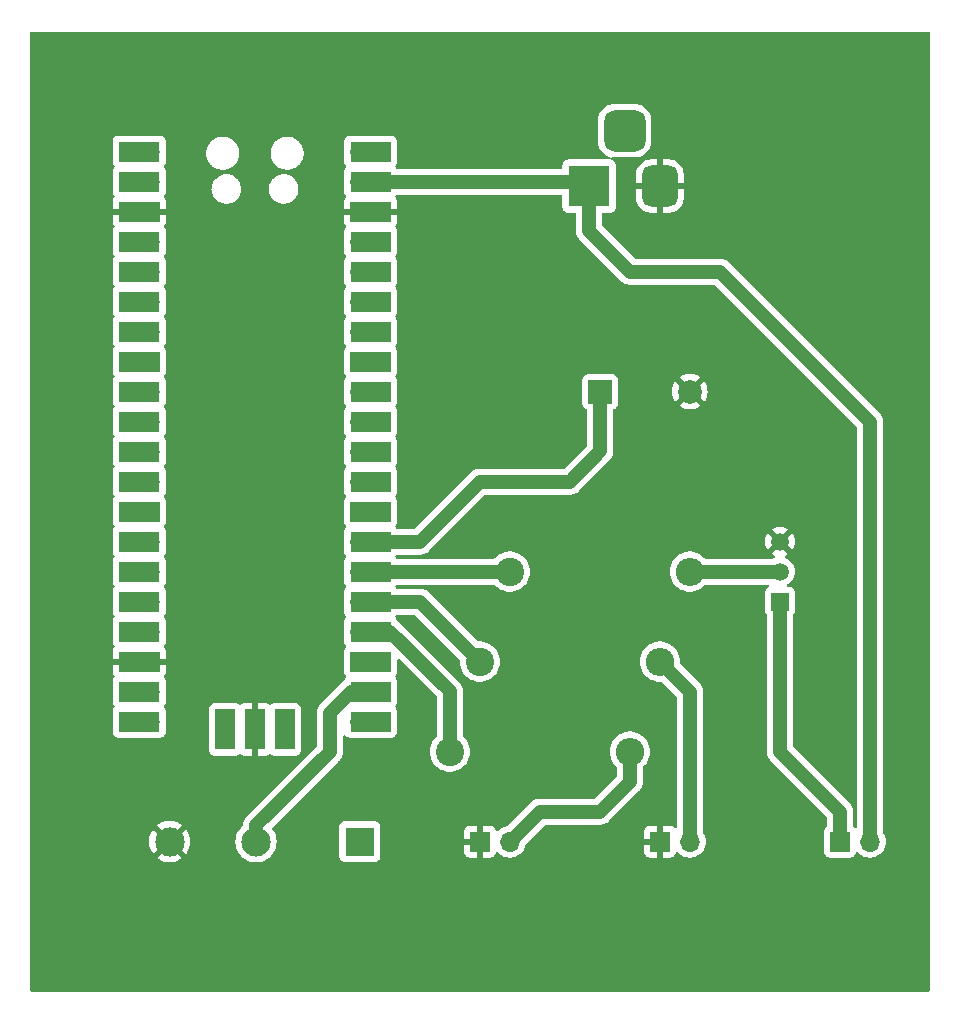
<source format=gbr>
%TF.GenerationSoftware,KiCad,Pcbnew,7.0.10-7.0.10~ubuntu22.04.1*%
%TF.CreationDate,2024-03-31T22:48:29-03:00*%
%TF.ProjectId,SweetSafe,53776565-7453-4616-9665-2e6b69636164,rev?*%
%TF.SameCoordinates,Original*%
%TF.FileFunction,Copper,L1,Top*%
%TF.FilePolarity,Positive*%
%FSLAX46Y46*%
G04 Gerber Fmt 4.6, Leading zero omitted, Abs format (unit mm)*
G04 Created by KiCad (PCBNEW 7.0.10-7.0.10~ubuntu22.04.1) date 2024-03-31 22:48:29*
%MOMM*%
%LPD*%
G01*
G04 APERTURE LIST*
G04 Aperture macros list*
%AMRoundRect*
0 Rectangle with rounded corners*
0 $1 Rounding radius*
0 $2 $3 $4 $5 $6 $7 $8 $9 X,Y pos of 4 corners*
0 Add a 4 corners polygon primitive as box body*
4,1,4,$2,$3,$4,$5,$6,$7,$8,$9,$2,$3,0*
0 Add four circle primitives for the rounded corners*
1,1,$1+$1,$2,$3*
1,1,$1+$1,$4,$5*
1,1,$1+$1,$6,$7*
1,1,$1+$1,$8,$9*
0 Add four rect primitives between the rounded corners*
20,1,$1+$1,$2,$3,$4,$5,0*
20,1,$1+$1,$4,$5,$6,$7,0*
20,1,$1+$1,$6,$7,$8,$9,0*
20,1,$1+$1,$8,$9,$2,$3,0*%
G04 Aperture macros list end*
%TA.AperFunction,ComponentPad*%
%ADD10R,2.475000X2.475000*%
%TD*%
%TA.AperFunction,ComponentPad*%
%ADD11C,2.475000*%
%TD*%
%TA.AperFunction,ComponentPad*%
%ADD12C,2.400000*%
%TD*%
%TA.AperFunction,ComponentPad*%
%ADD13O,2.400000X2.400000*%
%TD*%
%TA.AperFunction,ComponentPad*%
%ADD14R,2.000000X2.000000*%
%TD*%
%TA.AperFunction,ComponentPad*%
%ADD15C,2.000000*%
%TD*%
%TA.AperFunction,ComponentPad*%
%ADD16R,1.500000X1.500000*%
%TD*%
%TA.AperFunction,ComponentPad*%
%ADD17C,1.500000*%
%TD*%
%TA.AperFunction,ComponentPad*%
%ADD18O,1.700000X1.700000*%
%TD*%
%TA.AperFunction,SMDPad,CuDef*%
%ADD19R,3.500000X1.700000*%
%TD*%
%TA.AperFunction,ComponentPad*%
%ADD20R,1.700000X1.700000*%
%TD*%
%TA.AperFunction,SMDPad,CuDef*%
%ADD21R,1.700000X3.500000*%
%TD*%
%TA.AperFunction,ComponentPad*%
%ADD22R,3.500000X3.500000*%
%TD*%
%TA.AperFunction,ComponentPad*%
%ADD23RoundRect,0.750000X0.750000X1.000000X-0.750000X1.000000X-0.750000X-1.000000X0.750000X-1.000000X0*%
%TD*%
%TA.AperFunction,ComponentPad*%
%ADD24RoundRect,0.875000X0.875000X0.875000X-0.875000X0.875000X-0.875000X-0.875000X0.875000X-0.875000X0*%
%TD*%
%TA.AperFunction,Conductor*%
%ADD25C,1.200000*%
%TD*%
G04 APERTURE END LIST*
D10*
%TO.P,SW1,1,A*%
%TO.N,unconnected-(SW1A-A-Pad1)*%
X66040000Y-114300000D03*
D11*
%TO.P,SW1,2,B*%
%TO.N,GND*%
X49940000Y-114300000D03*
%TO.P,SW1,3,C*%
%TO.N,Switch*%
X57240000Y-114300000D03*
%TD*%
D12*
%TO.P,R1,1*%
%TO.N,GreenLed*%
X73660000Y-106680000D03*
D13*
%TO.P,R1,2*%
%TO.N,Net-(GreenLed+1-Pin_2)*%
X88900000Y-106680000D03*
%TD*%
D14*
%TO.P,BZ1,1,+*%
%TO.N,Buzzer*%
X86380000Y-76200000D03*
D15*
%TO.P,BZ1,2,-*%
%TO.N,GND*%
X93980000Y-76200000D03*
%TD*%
D16*
%TO.P,Q1,1,C*%
%TO.N,Net-(Electromagnet+1-Pin_1)*%
X101600000Y-93980000D03*
D17*
%TO.P,Q1,2,B*%
%TO.N,Net-(Q1-B)*%
X101600000Y-91440000D03*
%TO.P,Q1,3,E*%
%TO.N,GND*%
X101600000Y-88900000D03*
%TD*%
D12*
%TO.P,R3,1*%
%TO.N,Electromagnet*%
X78740000Y-91440000D03*
D13*
%TO.P,R3,2*%
%TO.N,Net-(Q1-B)*%
X93980000Y-91440000D03*
%TD*%
D18*
%TO.P,U1,1,GPIO0*%
%TO.N,unconnected-(U1-GPIO0-Pad1)*%
X48260000Y-55880000D03*
D19*
X47360000Y-55880000D03*
D18*
%TO.P,U1,2,GPIO1*%
%TO.N,unconnected-(U1-GPIO1-Pad2)*%
X48260000Y-58420000D03*
D19*
X47360000Y-58420000D03*
D20*
%TO.P,U1,3,GND*%
%TO.N,GND*%
X48260000Y-60960000D03*
D19*
X47360000Y-60960000D03*
D18*
%TO.P,U1,4,GPIO2*%
%TO.N,unconnected-(U1-GPIO2-Pad4)*%
X48260000Y-63500000D03*
D19*
X47360000Y-63500000D03*
D18*
%TO.P,U1,5,GPIO3*%
%TO.N,unconnected-(U1-GPIO3-Pad5)*%
X48260000Y-66040000D03*
D19*
X47360000Y-66040000D03*
D18*
%TO.P,U1,6,GPIO4*%
%TO.N,unconnected-(U1-GPIO4-Pad6)*%
X48260000Y-68580000D03*
D19*
X47360000Y-68580000D03*
D18*
%TO.P,U1,7,GPIO5*%
%TO.N,unconnected-(U1-GPIO5-Pad7)*%
X48260000Y-71120000D03*
D19*
X47360000Y-71120000D03*
D20*
%TO.P,U1,8,GND*%
%TO.N,unconnected-(U1-GND-Pad8)*%
X48260000Y-73660000D03*
D19*
X47360000Y-73660000D03*
D18*
%TO.P,U1,9,GPIO6*%
%TO.N,unconnected-(U1-GPIO6-Pad9)*%
X48260000Y-76200000D03*
D19*
X47360000Y-76200000D03*
D18*
%TO.P,U1,10,GPIO7*%
%TO.N,unconnected-(U1-GPIO7-Pad10)*%
X48260000Y-78740000D03*
D19*
X47360000Y-78740000D03*
D18*
%TO.P,U1,11,GPIO8*%
%TO.N,unconnected-(U1-GPIO8-Pad11)*%
X48260000Y-81280000D03*
D19*
X47360000Y-81280000D03*
D18*
%TO.P,U1,12,GPIO9*%
%TO.N,unconnected-(U1-GPIO9-Pad12)*%
X48260000Y-83820000D03*
D19*
X47360000Y-83820000D03*
D20*
%TO.P,U1,13,GND*%
%TO.N,unconnected-(U1-GND-Pad13)*%
X48260000Y-86360000D03*
D19*
X47360000Y-86360000D03*
D18*
%TO.P,U1,14,GPIO10*%
%TO.N,unconnected-(U1-GPIO10-Pad14)*%
X48260000Y-88900000D03*
D19*
X47360000Y-88900000D03*
D18*
%TO.P,U1,15,GPIO11*%
%TO.N,unconnected-(U1-GPIO11-Pad15)*%
X48260000Y-91440000D03*
D19*
X47360000Y-91440000D03*
D18*
%TO.P,U1,16,GPIO12*%
%TO.N,unconnected-(U1-GPIO12-Pad16)*%
X48260000Y-93980000D03*
D19*
X47360000Y-93980000D03*
D18*
%TO.P,U1,17,GPIO13*%
%TO.N,unconnected-(U1-GPIO13-Pad17)*%
X48260000Y-96520000D03*
D19*
X47360000Y-96520000D03*
D20*
%TO.P,U1,18,GND*%
%TO.N,GND*%
X48260000Y-99060000D03*
D19*
X47360000Y-99060000D03*
D18*
%TO.P,U1,19,GPIO14*%
%TO.N,unconnected-(U1-GPIO14-Pad19)*%
X48260000Y-101600000D03*
D19*
X47360000Y-101600000D03*
D18*
%TO.P,U1,20,GPIO15*%
%TO.N,unconnected-(U1-GPIO15-Pad20)*%
X48260000Y-104140000D03*
D19*
X47360000Y-104140000D03*
D18*
%TO.P,U1,21,GPIO16*%
%TO.N,unconnected-(U1-GPIO16-Pad21)*%
X66040000Y-104140000D03*
D19*
X66940000Y-104140000D03*
D18*
%TO.P,U1,22,GPIO17*%
%TO.N,Switch*%
X66040000Y-101600000D03*
D19*
X66940000Y-101600000D03*
D20*
%TO.P,U1,23,GND*%
%TO.N,unconnected-(U1-GND-Pad23)*%
X66040000Y-99060000D03*
D19*
X66940000Y-99060000D03*
D18*
%TO.P,U1,24,GPIO18*%
%TO.N,GreenLed*%
X66040000Y-96520000D03*
D19*
X66940000Y-96520000D03*
D18*
%TO.P,U1,25,GPIO19*%
%TO.N,RedLed*%
X66040000Y-93980000D03*
D19*
X66940000Y-93980000D03*
D18*
%TO.P,U1,26,GPIO20*%
%TO.N,Electromagnet*%
X66040000Y-91440000D03*
D19*
X66940000Y-91440000D03*
D18*
%TO.P,U1,27,GPIO21*%
%TO.N,Buzzer*%
X66040000Y-88900000D03*
D19*
X66940000Y-88900000D03*
D20*
%TO.P,U1,28,GND*%
%TO.N,unconnected-(U1-GND-Pad28)*%
X66040000Y-86360000D03*
D19*
X66940000Y-86360000D03*
D18*
%TO.P,U1,29,GPIO22*%
%TO.N,unconnected-(U1-GPIO22-Pad29)*%
X66040000Y-83820000D03*
D19*
X66940000Y-83820000D03*
D18*
%TO.P,U1,30,RUN*%
%TO.N,unconnected-(U1-RUN-Pad30)*%
X66040000Y-81280000D03*
D19*
X66940000Y-81280000D03*
D18*
%TO.P,U1,31,GPIO26_ADC0*%
%TO.N,unconnected-(U1-GPIO26_ADC0-Pad31)*%
X66040000Y-78740000D03*
D19*
X66940000Y-78740000D03*
D18*
%TO.P,U1,32,GPIO27_ADC1*%
%TO.N,unconnected-(U1-GPIO27_ADC1-Pad32)*%
X66040000Y-76200000D03*
D19*
X66940000Y-76200000D03*
D20*
%TO.P,U1,33,AGND*%
%TO.N,unconnected-(U1-AGND-Pad33)*%
X66040000Y-73660000D03*
D19*
X66940000Y-73660000D03*
D18*
%TO.P,U1,34,GPIO28_ADC2*%
%TO.N,unconnected-(U1-GPIO28_ADC2-Pad34)*%
X66040000Y-71120000D03*
D19*
X66940000Y-71120000D03*
D18*
%TO.P,U1,35,ADC_VREF*%
%TO.N,unconnected-(U1-ADC_VREF-Pad35)*%
X66040000Y-68580000D03*
D19*
X66940000Y-68580000D03*
D18*
%TO.P,U1,36,3V3*%
%TO.N,unconnected-(U1-3V3-Pad36)*%
X66040000Y-66040000D03*
D19*
X66940000Y-66040000D03*
D18*
%TO.P,U1,37,3V3_EN*%
%TO.N,unconnected-(U1-3V3_EN-Pad37)*%
X66040000Y-63500000D03*
D19*
X66940000Y-63500000D03*
D20*
%TO.P,U1,38,GND*%
%TO.N,GND*%
X66040000Y-60960000D03*
D19*
X66940000Y-60960000D03*
D18*
%TO.P,U1,39,VSYS*%
%TO.N,VCC*%
X66040000Y-58420000D03*
D19*
X66940000Y-58420000D03*
D18*
%TO.P,U1,40,VBUS*%
%TO.N,unconnected-(U1-VBUS-Pad40)*%
X66040000Y-55880000D03*
D19*
X66940000Y-55880000D03*
D18*
%TO.P,U1,41,SWCLK*%
%TO.N,unconnected-(U1-SWCLK-Pad41)*%
X54610000Y-103910000D03*
D21*
X54610000Y-104810000D03*
D20*
%TO.P,U1,42,GND*%
%TO.N,GND*%
X57150000Y-103910000D03*
D21*
X57150000Y-104810000D03*
D18*
%TO.P,U1,43,SWDIO*%
%TO.N,unconnected-(U1-SWDIO-Pad43)*%
X59690000Y-103910000D03*
D21*
X59690000Y-104810000D03*
%TD*%
D22*
%TO.P,J1,1*%
%TO.N,VCC*%
X85440000Y-58800000D03*
D23*
%TO.P,J1,2*%
%TO.N,GND*%
X91440000Y-58800000D03*
D24*
%TO.P,J1,3*%
%TO.N,N/C*%
X88440000Y-54100000D03*
%TD*%
D20*
%TO.P,Electromagnet+,1,Pin_1*%
%TO.N,Net-(Electromagnet+1-Pin_1)*%
X106680000Y-114300000D03*
D18*
%TO.P,Electromagnet+,2,Pin_2*%
%TO.N,VCC*%
X109220000Y-114300000D03*
%TD*%
D12*
%TO.P,R2,1*%
%TO.N,RedLed*%
X76200000Y-99060000D03*
D13*
%TO.P,R2,2*%
%TO.N,Net-(RedLed+1-Pin_2)*%
X91440000Y-99060000D03*
%TD*%
D20*
%TO.P,GreenLed+,1,Pin_1*%
%TO.N,GND*%
X76200000Y-114300000D03*
D18*
%TO.P,GreenLed+,2,Pin_2*%
%TO.N,Net-(GreenLed+1-Pin_2)*%
X78740000Y-114300000D03*
%TD*%
D20*
%TO.P,RedLed+,1,Pin_1*%
%TO.N,GND*%
X91440000Y-114300000D03*
D18*
%TO.P,RedLed+,2,Pin_2*%
%TO.N,Net-(RedLed+1-Pin_2)*%
X93980000Y-114300000D03*
%TD*%
D25*
%TO.N,Buzzer*%
X76200000Y-83820000D02*
X71120000Y-88900000D01*
X86380000Y-76200000D02*
X86380000Y-81260000D01*
X71120000Y-88900000D02*
X66040000Y-88900000D01*
X83820000Y-83820000D02*
X76200000Y-83820000D01*
X86380000Y-81260000D02*
X83820000Y-83820000D01*
%TO.N,Net-(Electromagnet+1-Pin_1)*%
X106680000Y-111760000D02*
X101600000Y-106680000D01*
X101600000Y-106680000D02*
X101600000Y-93980000D01*
X106680000Y-114300000D02*
X106680000Y-111760000D01*
%TO.N,Net-(Q1-B)*%
X101600000Y-91440000D02*
X93980000Y-91440000D01*
%TO.N,VCC*%
X109220000Y-114300000D02*
X109220000Y-78740000D01*
X88900000Y-66040000D02*
X85440000Y-62580000D01*
X85060000Y-58420000D02*
X85440000Y-58800000D01*
X66040000Y-58420000D02*
X85060000Y-58420000D01*
X96520000Y-66040000D02*
X88900000Y-66040000D01*
X109220000Y-78740000D02*
X96520000Y-66040000D01*
X85440000Y-62580000D02*
X85440000Y-58800000D01*
%TO.N,Electromagnet*%
X78740000Y-91440000D02*
X66040000Y-91440000D01*
%TO.N,GreenLed*%
X73660000Y-106680000D02*
X73660000Y-101580000D01*
X73660000Y-101580000D02*
X68600000Y-96520000D01*
X68600000Y-96520000D02*
X66040000Y-96520000D01*
%TO.N,RedLed*%
X71120000Y-93980000D02*
X66040000Y-93980000D01*
X76200000Y-99060000D02*
X71120000Y-93980000D01*
%TO.N,Switch*%
X63500000Y-106680000D02*
X63500000Y-103380000D01*
X65280000Y-101600000D02*
X66040000Y-101600000D01*
X57240000Y-112940000D02*
X63500000Y-106680000D01*
X63500000Y-103380000D02*
X65280000Y-101600000D01*
X57240000Y-114300000D02*
X57240000Y-112940000D01*
%TO.N,Net-(GreenLed+1-Pin_2)*%
X78740000Y-114300000D02*
X81280000Y-111760000D01*
X88900000Y-109220000D02*
X88900000Y-106680000D01*
X86360000Y-111760000D02*
X88900000Y-109220000D01*
X81280000Y-111760000D02*
X86360000Y-111760000D01*
%TO.N,Net-(RedLed+1-Pin_2)*%
X93980000Y-101600000D02*
X91440000Y-99060000D01*
X93980000Y-114300000D02*
X93980000Y-101600000D01*
%TD*%
%TA.AperFunction,Conductor*%
%TO.N,GND*%
G36*
X114242539Y-45740185D02*
G01*
X114288294Y-45792989D01*
X114299500Y-45844500D01*
X114299500Y-126875500D01*
X114279815Y-126942539D01*
X114227011Y-126988294D01*
X114175500Y-126999500D01*
X38224500Y-126999500D01*
X38157461Y-126979815D01*
X38111706Y-126927011D01*
X38100500Y-126875500D01*
X38100500Y-114300004D01*
X48197628Y-114300004D01*
X48217087Y-114559677D01*
X48217088Y-114559682D01*
X48275033Y-114813559D01*
X48275039Y-114813578D01*
X48370177Y-115055987D01*
X48500387Y-115281516D01*
X48546768Y-115339677D01*
X48546769Y-115339677D01*
X49207258Y-114679187D01*
X49253130Y-114765710D01*
X49369302Y-114902478D01*
X49512160Y-115011076D01*
X49560234Y-115033317D01*
X48899826Y-115693724D01*
X49068813Y-115808937D01*
X49068822Y-115808942D01*
X49303437Y-115921926D01*
X49303435Y-115921926D01*
X49552277Y-115998684D01*
X49552283Y-115998685D01*
X49809786Y-116037499D01*
X49809793Y-116037500D01*
X50070207Y-116037500D01*
X50070213Y-116037499D01*
X50327716Y-115998685D01*
X50327722Y-115998684D01*
X50576563Y-115921926D01*
X50811177Y-115808942D01*
X50811179Y-115808941D01*
X50980172Y-115693724D01*
X50320393Y-115033946D01*
X50442213Y-114960650D01*
X50572492Y-114837243D01*
X50673196Y-114688716D01*
X50675780Y-114682228D01*
X51333229Y-115339677D01*
X51379615Y-115281511D01*
X51509822Y-115055987D01*
X51604960Y-114813578D01*
X51604966Y-114813559D01*
X51662911Y-114559682D01*
X51662912Y-114559677D01*
X51682372Y-114300004D01*
X55497127Y-114300004D01*
X55516591Y-114559752D01*
X55516592Y-114559757D01*
X55574554Y-114813707D01*
X55574560Y-114813726D01*
X55669726Y-115056204D01*
X55669725Y-115056204D01*
X55741302Y-115180178D01*
X55799971Y-115281795D01*
X55962384Y-115485455D01*
X55962389Y-115485459D01*
X55962392Y-115485463D01*
X56153333Y-115662631D01*
X56153334Y-115662631D01*
X56153336Y-115662633D01*
X56368564Y-115809372D01*
X56603257Y-115922395D01*
X56852174Y-115999176D01*
X56852175Y-115999176D01*
X56852178Y-115999177D01*
X57109747Y-116037999D01*
X57109752Y-116037999D01*
X57109755Y-116038000D01*
X57109756Y-116038000D01*
X57370244Y-116038000D01*
X57370245Y-116038000D01*
X57370252Y-116037999D01*
X57627821Y-115999177D01*
X57627822Y-115999176D01*
X57627826Y-115999176D01*
X57876743Y-115922395D01*
X58111437Y-115809372D01*
X58326664Y-115662633D01*
X58409934Y-115585370D01*
X64302000Y-115585370D01*
X64302001Y-115585376D01*
X64308408Y-115644983D01*
X64358702Y-115779828D01*
X64358706Y-115779835D01*
X64444952Y-115895044D01*
X64444955Y-115895047D01*
X64560164Y-115981293D01*
X64560171Y-115981297D01*
X64695017Y-116031591D01*
X64695016Y-116031591D01*
X64701944Y-116032335D01*
X64754627Y-116038000D01*
X67325372Y-116037999D01*
X67384983Y-116031591D01*
X67519831Y-115981296D01*
X67635046Y-115895046D01*
X67721296Y-115779831D01*
X67771591Y-115644983D01*
X67778000Y-115585373D01*
X67778000Y-115197844D01*
X74850000Y-115197844D01*
X74856401Y-115257372D01*
X74856403Y-115257379D01*
X74906645Y-115392086D01*
X74906649Y-115392093D01*
X74992809Y-115507187D01*
X74992812Y-115507190D01*
X75107906Y-115593350D01*
X75107913Y-115593354D01*
X75242620Y-115643596D01*
X75242627Y-115643598D01*
X75302155Y-115649999D01*
X75302172Y-115650000D01*
X75950000Y-115650000D01*
X75950000Y-114735501D01*
X76057685Y-114784680D01*
X76164237Y-114800000D01*
X76235763Y-114800000D01*
X76342315Y-114784680D01*
X76450000Y-114735501D01*
X76450000Y-115650000D01*
X77097828Y-115650000D01*
X77097844Y-115649999D01*
X77157372Y-115643598D01*
X77157379Y-115643596D01*
X77292086Y-115593354D01*
X77292093Y-115593350D01*
X77407187Y-115507190D01*
X77407190Y-115507187D01*
X77493350Y-115392093D01*
X77493354Y-115392086D01*
X77542422Y-115260529D01*
X77584293Y-115204595D01*
X77649757Y-115180178D01*
X77718030Y-115195030D01*
X77746285Y-115216181D01*
X77868599Y-115338495D01*
X77965384Y-115406265D01*
X78062165Y-115474032D01*
X78062167Y-115474033D01*
X78062170Y-115474035D01*
X78276337Y-115573903D01*
X78276343Y-115573904D01*
X78276344Y-115573905D01*
X78319133Y-115585370D01*
X78504592Y-115635063D01*
X78681034Y-115650500D01*
X78739999Y-115655659D01*
X78740000Y-115655659D01*
X78740001Y-115655659D01*
X78798966Y-115650500D01*
X78975408Y-115635063D01*
X79203663Y-115573903D01*
X79417830Y-115474035D01*
X79611401Y-115338495D01*
X79778495Y-115171401D01*
X79914035Y-114977830D01*
X80013903Y-114763663D01*
X80071636Y-114548196D01*
X80103727Y-114492613D01*
X81699523Y-112896819D01*
X81760846Y-112863334D01*
X81787204Y-112860500D01*
X86257763Y-112860500D01*
X86278326Y-112862216D01*
X86281134Y-112862689D01*
X86371614Y-112860535D01*
X86374564Y-112860500D01*
X86412417Y-112860500D01*
X86412425Y-112860500D01*
X86412433Y-112860499D01*
X86412437Y-112860499D01*
X86414748Y-112860278D01*
X86421079Y-112859673D01*
X86429900Y-112859147D01*
X86491245Y-112857687D01*
X86522648Y-112850854D01*
X86537208Y-112848583D01*
X86569218Y-112845528D01*
X86569221Y-112845527D01*
X86569222Y-112845527D01*
X86628082Y-112828243D01*
X86636645Y-112826056D01*
X86696612Y-112813013D01*
X86726165Y-112800356D01*
X86740024Y-112795374D01*
X86770875Y-112786316D01*
X86825408Y-112758201D01*
X86833403Y-112754434D01*
X86889812Y-112730279D01*
X86916435Y-112712258D01*
X86929095Y-112704747D01*
X86957682Y-112690011D01*
X87005921Y-112652073D01*
X87013054Y-112646864D01*
X87063865Y-112612477D01*
X87086602Y-112589738D01*
X87097615Y-112579964D01*
X87122886Y-112560092D01*
X87163066Y-112513720D01*
X87169085Y-112507255D01*
X89605879Y-110070461D01*
X89621631Y-110057138D01*
X89623952Y-110055486D01*
X89686444Y-109989944D01*
X89688422Y-109987918D01*
X89715241Y-109961101D01*
X89720783Y-109954387D01*
X89726634Y-109947794D01*
X89768986Y-109903378D01*
X89786363Y-109876337D01*
X89795055Y-109864432D01*
X89815523Y-109839645D01*
X89844932Y-109785784D01*
X89849432Y-109778200D01*
X89882613Y-109726572D01*
X89887557Y-109714219D01*
X89894561Y-109696727D01*
X89900848Y-109683382D01*
X89916247Y-109655183D01*
X89934940Y-109596702D01*
X89937909Y-109588444D01*
X89960725Y-109531457D01*
X89966807Y-109499899D01*
X89970452Y-109485613D01*
X89980242Y-109454992D01*
X89987527Y-109394057D01*
X89988882Y-109385359D01*
X90000500Y-109325085D01*
X90000500Y-109292938D01*
X90001377Y-109278218D01*
X90001582Y-109276496D01*
X90005192Y-109246309D01*
X90000816Y-109185121D01*
X90000500Y-109176276D01*
X90000500Y-108032739D01*
X90020185Y-107965700D01*
X90040159Y-107941840D01*
X90150050Y-107839877D01*
X90308959Y-107640612D01*
X90436393Y-107419888D01*
X90529508Y-107182637D01*
X90586222Y-106934157D01*
X90595433Y-106811243D01*
X90605268Y-106680004D01*
X90605268Y-106679995D01*
X90586222Y-106425845D01*
X90543766Y-106239834D01*
X90529508Y-106177363D01*
X90436393Y-105940112D01*
X90308959Y-105719388D01*
X90150050Y-105520123D01*
X89963217Y-105346768D01*
X89752634Y-105203195D01*
X89752630Y-105203193D01*
X89752627Y-105203191D01*
X89752626Y-105203190D01*
X89523006Y-105092612D01*
X89523008Y-105092612D01*
X89279466Y-105017489D01*
X89279462Y-105017488D01*
X89279458Y-105017487D01*
X89158231Y-104999214D01*
X89027440Y-104979500D01*
X89027435Y-104979500D01*
X88772565Y-104979500D01*
X88772559Y-104979500D01*
X88615609Y-105003157D01*
X88520542Y-105017487D01*
X88520539Y-105017488D01*
X88520533Y-105017489D01*
X88276992Y-105092612D01*
X88047373Y-105203190D01*
X88047372Y-105203191D01*
X87836782Y-105346768D01*
X87649952Y-105520121D01*
X87649950Y-105520123D01*
X87491041Y-105719388D01*
X87363608Y-105940109D01*
X87270492Y-106177362D01*
X87270490Y-106177369D01*
X87213777Y-106425845D01*
X87194732Y-106679995D01*
X87194732Y-106680004D01*
X87213777Y-106934154D01*
X87264579Y-107156734D01*
X87270492Y-107182637D01*
X87316415Y-107299647D01*
X87363608Y-107419890D01*
X87364307Y-107421101D01*
X87491041Y-107640612D01*
X87649950Y-107839877D01*
X87759841Y-107941840D01*
X87795596Y-108001868D01*
X87799500Y-108032739D01*
X87799500Y-108712796D01*
X87779815Y-108779835D01*
X87763181Y-108800477D01*
X85940477Y-110623181D01*
X85879154Y-110656666D01*
X85852796Y-110659500D01*
X81382238Y-110659500D01*
X81361673Y-110657783D01*
X81358869Y-110657311D01*
X81358866Y-110657311D01*
X81273825Y-110659335D01*
X81268386Y-110659465D01*
X81265436Y-110659500D01*
X81227575Y-110659500D01*
X81218905Y-110660327D01*
X81210091Y-110660852D01*
X81154765Y-110662169D01*
X81148755Y-110662313D01*
X81148754Y-110662313D01*
X81148746Y-110662314D01*
X81117352Y-110669144D01*
X81102793Y-110671415D01*
X81077398Y-110673840D01*
X81070780Y-110674472D01*
X81011901Y-110691759D01*
X81003332Y-110693946D01*
X80943392Y-110706986D01*
X80943385Y-110706989D01*
X80913831Y-110719643D01*
X80899967Y-110724626D01*
X80869128Y-110733682D01*
X80869121Y-110733685D01*
X80814587Y-110761798D01*
X80806586Y-110765568D01*
X80750184Y-110789722D01*
X80750180Y-110789724D01*
X80723570Y-110807734D01*
X80710894Y-110815256D01*
X80682316Y-110829990D01*
X80682313Y-110829991D01*
X80634091Y-110867914D01*
X80626944Y-110873133D01*
X80576140Y-110907518D01*
X80576129Y-110907527D01*
X80553399Y-110930256D01*
X80542380Y-110940037D01*
X80517113Y-110959908D01*
X80476931Y-111006279D01*
X80470902Y-111012754D01*
X78547386Y-112936270D01*
X78491799Y-112968364D01*
X78276341Y-113026095D01*
X78276337Y-113026097D01*
X78266721Y-113030581D01*
X78062171Y-113125964D01*
X78062169Y-113125965D01*
X77868600Y-113261503D01*
X77746284Y-113383819D01*
X77684961Y-113417303D01*
X77615269Y-113412319D01*
X77559336Y-113370447D01*
X77542421Y-113339470D01*
X77493354Y-113207913D01*
X77493350Y-113207906D01*
X77407190Y-113092812D01*
X77407187Y-113092809D01*
X77292093Y-113006649D01*
X77292086Y-113006645D01*
X77157379Y-112956403D01*
X77157372Y-112956401D01*
X77097844Y-112950000D01*
X76450000Y-112950000D01*
X76450000Y-113864498D01*
X76342315Y-113815320D01*
X76235763Y-113800000D01*
X76164237Y-113800000D01*
X76057685Y-113815320D01*
X75950000Y-113864498D01*
X75950000Y-112950000D01*
X75302155Y-112950000D01*
X75242627Y-112956401D01*
X75242620Y-112956403D01*
X75107913Y-113006645D01*
X75107906Y-113006649D01*
X74992812Y-113092809D01*
X74992809Y-113092812D01*
X74906649Y-113207906D01*
X74906645Y-113207913D01*
X74856403Y-113342620D01*
X74856401Y-113342627D01*
X74850000Y-113402155D01*
X74850000Y-114050000D01*
X75766314Y-114050000D01*
X75740507Y-114090156D01*
X75700000Y-114228111D01*
X75700000Y-114371889D01*
X75740507Y-114509844D01*
X75766314Y-114550000D01*
X74850000Y-114550000D01*
X74850000Y-115197844D01*
X67778000Y-115197844D01*
X67777999Y-113014628D01*
X67771591Y-112955017D01*
X67770471Y-112952015D01*
X67721297Y-112820171D01*
X67721293Y-112820164D01*
X67635047Y-112704955D01*
X67635044Y-112704952D01*
X67519835Y-112618706D01*
X67519828Y-112618702D01*
X67384982Y-112568408D01*
X67384983Y-112568408D01*
X67325383Y-112562001D01*
X67325381Y-112562000D01*
X67325373Y-112562000D01*
X67325364Y-112562000D01*
X64754629Y-112562000D01*
X64754623Y-112562001D01*
X64695016Y-112568408D01*
X64560171Y-112618702D01*
X64560164Y-112618706D01*
X64444955Y-112704952D01*
X64444952Y-112704955D01*
X64358706Y-112820164D01*
X64358702Y-112820171D01*
X64308408Y-112955017D01*
X64302248Y-113012319D01*
X64302001Y-113014623D01*
X64302000Y-113014635D01*
X64302000Y-115585370D01*
X58409934Y-115585370D01*
X58517616Y-115485455D01*
X58680029Y-115281795D01*
X58810274Y-115056204D01*
X58905442Y-114813721D01*
X58963407Y-114559762D01*
X58963413Y-114559682D01*
X58982873Y-114300004D01*
X58982873Y-114299995D01*
X58963408Y-114040247D01*
X58963407Y-114040242D01*
X58963407Y-114040238D01*
X58905442Y-113786279D01*
X58810274Y-113543796D01*
X58810273Y-113543795D01*
X58810274Y-113543795D01*
X58737243Y-113417303D01*
X58680029Y-113318205D01*
X58632926Y-113259140D01*
X58606518Y-113194454D01*
X58619275Y-113125758D01*
X58642190Y-113094150D01*
X64205879Y-107530461D01*
X64221631Y-107517138D01*
X64223952Y-107515486D01*
X64286444Y-107449944D01*
X64288422Y-107447918D01*
X64315241Y-107421101D01*
X64320783Y-107414387D01*
X64326634Y-107407794D01*
X64368986Y-107363378D01*
X64377399Y-107350286D01*
X64386362Y-107336341D01*
X64395060Y-107324429D01*
X64415522Y-107299647D01*
X64415524Y-107299645D01*
X64444927Y-107245796D01*
X64449445Y-107238181D01*
X64467676Y-107209813D01*
X64482613Y-107186572D01*
X64494558Y-107156732D01*
X64500840Y-107143397D01*
X64516248Y-107115182D01*
X64534937Y-107056716D01*
X64537917Y-107048425D01*
X64560725Y-106991457D01*
X64566809Y-106959885D01*
X64570451Y-106945617D01*
X64580242Y-106914992D01*
X64587527Y-106854057D01*
X64588882Y-106845359D01*
X64600500Y-106785085D01*
X64600500Y-106752938D01*
X64601377Y-106738218D01*
X64602070Y-106732418D01*
X64605192Y-106706309D01*
X64600816Y-106645116D01*
X64600500Y-106636272D01*
X64600500Y-105410251D01*
X64620185Y-105343212D01*
X64672989Y-105297457D01*
X64742147Y-105287513D01*
X64805703Y-105316538D01*
X64823764Y-105335937D01*
X64829210Y-105343212D01*
X64832455Y-105347547D01*
X64947664Y-105433793D01*
X64947671Y-105433797D01*
X65082517Y-105484091D01*
X65082516Y-105484091D01*
X65089444Y-105484835D01*
X65142127Y-105490500D01*
X65975616Y-105490499D01*
X65986425Y-105490971D01*
X66040000Y-105495659D01*
X66093575Y-105490971D01*
X66104384Y-105490499D01*
X68737871Y-105490499D01*
X68737872Y-105490499D01*
X68797483Y-105484091D01*
X68932331Y-105433796D01*
X69047546Y-105347546D01*
X69133796Y-105232331D01*
X69184091Y-105097483D01*
X69190500Y-105037873D01*
X69190499Y-103242128D01*
X69184091Y-103182517D01*
X69170101Y-103145009D01*
X69133797Y-103047671D01*
X69133795Y-103047668D01*
X69107195Y-103012135D01*
X69056421Y-102944309D01*
X69032004Y-102878848D01*
X69046855Y-102810575D01*
X69056416Y-102795696D01*
X69133796Y-102692331D01*
X69184091Y-102557483D01*
X69190500Y-102497873D01*
X69190499Y-100702128D01*
X69184091Y-100642517D01*
X69180783Y-100633649D01*
X69133797Y-100507671D01*
X69133795Y-100507668D01*
X69056421Y-100404309D01*
X69032004Y-100338848D01*
X69046855Y-100270575D01*
X69056416Y-100255696D01*
X69133796Y-100152331D01*
X69184091Y-100017483D01*
X69190500Y-99957873D01*
X69190499Y-98966202D01*
X69210183Y-98899164D01*
X69262987Y-98853409D01*
X69332146Y-98843465D01*
X69395702Y-98872490D01*
X69402180Y-98878522D01*
X72523181Y-101999523D01*
X72556666Y-102060846D01*
X72559500Y-102087204D01*
X72559500Y-105327260D01*
X72539815Y-105394299D01*
X72519841Y-105418159D01*
X72409953Y-105520118D01*
X72251041Y-105719388D01*
X72123608Y-105940109D01*
X72030492Y-106177362D01*
X72030490Y-106177369D01*
X71973777Y-106425845D01*
X71954732Y-106679995D01*
X71954732Y-106680004D01*
X71973777Y-106934154D01*
X72024579Y-107156734D01*
X72030492Y-107182637D01*
X72076415Y-107299647D01*
X72123608Y-107419890D01*
X72124307Y-107421101D01*
X72251041Y-107640612D01*
X72409950Y-107839877D01*
X72596783Y-108013232D01*
X72807366Y-108156805D01*
X72807371Y-108156807D01*
X72807372Y-108156808D01*
X72807373Y-108156809D01*
X72929328Y-108215538D01*
X73036992Y-108267387D01*
X73036993Y-108267387D01*
X73036996Y-108267389D01*
X73280542Y-108342513D01*
X73532565Y-108380500D01*
X73787435Y-108380500D01*
X74039458Y-108342513D01*
X74283004Y-108267389D01*
X74512634Y-108156805D01*
X74723217Y-108013232D01*
X74910050Y-107839877D01*
X75068959Y-107640612D01*
X75196393Y-107419888D01*
X75289508Y-107182637D01*
X75346222Y-106934157D01*
X75355433Y-106811243D01*
X75365268Y-106680004D01*
X75365268Y-106679995D01*
X75346222Y-106425845D01*
X75303766Y-106239834D01*
X75289508Y-106177363D01*
X75196393Y-105940112D01*
X75068959Y-105719388D01*
X74910050Y-105520123D01*
X74910048Y-105520121D01*
X74910046Y-105520118D01*
X74800159Y-105418159D01*
X74764404Y-105358131D01*
X74760500Y-105327260D01*
X74760500Y-101682238D01*
X74762218Y-101661671D01*
X74762511Y-101659920D01*
X74762689Y-101658867D01*
X74760535Y-101568386D01*
X74760500Y-101565436D01*
X74760500Y-101527584D01*
X74760500Y-101527575D01*
X74759673Y-101518920D01*
X74759147Y-101510099D01*
X74757687Y-101448756D01*
X74750855Y-101417354D01*
X74748583Y-101402791D01*
X74745528Y-101370782D01*
X74728243Y-101311916D01*
X74726054Y-101303342D01*
X74713013Y-101243388D01*
X74700356Y-101213832D01*
X74695373Y-101199971D01*
X74686316Y-101169125D01*
X74658191Y-101114571D01*
X74654432Y-101106592D01*
X74630279Y-101050188D01*
X74612258Y-101023563D01*
X74604748Y-101010904D01*
X74590011Y-100982318D01*
X74552073Y-100934077D01*
X74546858Y-100926934D01*
X74512480Y-100876139D01*
X74512478Y-100876136D01*
X74489748Y-100853406D01*
X74479958Y-100842376D01*
X74475818Y-100837112D01*
X74460092Y-100817114D01*
X74440235Y-100799908D01*
X74413721Y-100776933D01*
X74407243Y-100770901D01*
X69450466Y-95814124D01*
X69437137Y-95798366D01*
X69435488Y-95796050D01*
X69435480Y-95796041D01*
X69369968Y-95733576D01*
X69367856Y-95731514D01*
X69341096Y-95704754D01*
X69334385Y-95699213D01*
X69327774Y-95693345D01*
X69283378Y-95651014D01*
X69283375Y-95651012D01*
X69283371Y-95651009D01*
X69256347Y-95633641D01*
X69244441Y-95624948D01*
X69216507Y-95601885D01*
X69179272Y-95549597D01*
X69133797Y-95427671D01*
X69133795Y-95427668D01*
X69056421Y-95324309D01*
X69032004Y-95258848D01*
X69046855Y-95190575D01*
X69056422Y-95175689D01*
X69071585Y-95155433D01*
X69090486Y-95130187D01*
X69146421Y-95088317D01*
X69189751Y-95080500D01*
X70612796Y-95080500D01*
X70679835Y-95100185D01*
X70700477Y-95116819D01*
X74464891Y-98881233D01*
X74498376Y-98942556D01*
X74500863Y-98978180D01*
X74494732Y-99059995D01*
X74494732Y-99060004D01*
X74513777Y-99314154D01*
X74568605Y-99554373D01*
X74570492Y-99562637D01*
X74663607Y-99799888D01*
X74791041Y-100020612D01*
X74949950Y-100219877D01*
X75136783Y-100393232D01*
X75347366Y-100536805D01*
X75347371Y-100536807D01*
X75347372Y-100536808D01*
X75347373Y-100536809D01*
X75469328Y-100595538D01*
X75576992Y-100647387D01*
X75576993Y-100647387D01*
X75576996Y-100647389D01*
X75820542Y-100722513D01*
X76072565Y-100760500D01*
X76327435Y-100760500D01*
X76579458Y-100722513D01*
X76823004Y-100647389D01*
X77052634Y-100536805D01*
X77263217Y-100393232D01*
X77450050Y-100219877D01*
X77608959Y-100020612D01*
X77736393Y-99799888D01*
X77829508Y-99562637D01*
X77886222Y-99314157D01*
X77905268Y-99060004D01*
X89734732Y-99060004D01*
X89753777Y-99314154D01*
X89808605Y-99554373D01*
X89810492Y-99562637D01*
X89903607Y-99799888D01*
X90031041Y-100020612D01*
X90189950Y-100219877D01*
X90376783Y-100393232D01*
X90587366Y-100536805D01*
X90587371Y-100536807D01*
X90587372Y-100536808D01*
X90587373Y-100536809D01*
X90709328Y-100595538D01*
X90816992Y-100647387D01*
X90816993Y-100647387D01*
X90816996Y-100647389D01*
X91060542Y-100722513D01*
X91312565Y-100760500D01*
X91532796Y-100760500D01*
X91599835Y-100780185D01*
X91620477Y-100796819D01*
X92843181Y-102019523D01*
X92876666Y-102080846D01*
X92879500Y-102107204D01*
X92879500Y-113030581D01*
X92859815Y-113097620D01*
X92807011Y-113143375D01*
X92737853Y-113153319D01*
X92674297Y-113124294D01*
X92656235Y-113104895D01*
X92647186Y-113092809D01*
X92532093Y-113006649D01*
X92532086Y-113006645D01*
X92397379Y-112956403D01*
X92397372Y-112956401D01*
X92337844Y-112950000D01*
X91690000Y-112950000D01*
X91690000Y-113864498D01*
X91582315Y-113815320D01*
X91475763Y-113800000D01*
X91404237Y-113800000D01*
X91297685Y-113815320D01*
X91190000Y-113864498D01*
X91190000Y-112950000D01*
X90542155Y-112950000D01*
X90482627Y-112956401D01*
X90482620Y-112956403D01*
X90347913Y-113006645D01*
X90347906Y-113006649D01*
X90232812Y-113092809D01*
X90232809Y-113092812D01*
X90146649Y-113207906D01*
X90146645Y-113207913D01*
X90096403Y-113342620D01*
X90096401Y-113342627D01*
X90090000Y-113402155D01*
X90090000Y-114050000D01*
X91006314Y-114050000D01*
X90980507Y-114090156D01*
X90940000Y-114228111D01*
X90940000Y-114371889D01*
X90980507Y-114509844D01*
X91006314Y-114550000D01*
X90090000Y-114550000D01*
X90090000Y-115197844D01*
X90096401Y-115257372D01*
X90096403Y-115257379D01*
X90146645Y-115392086D01*
X90146649Y-115392093D01*
X90232809Y-115507187D01*
X90232812Y-115507190D01*
X90347906Y-115593350D01*
X90347913Y-115593354D01*
X90482620Y-115643596D01*
X90482627Y-115643598D01*
X90542155Y-115649999D01*
X90542172Y-115650000D01*
X91190000Y-115650000D01*
X91190000Y-114735501D01*
X91297685Y-114784680D01*
X91404237Y-114800000D01*
X91475763Y-114800000D01*
X91582315Y-114784680D01*
X91690000Y-114735501D01*
X91690000Y-115650000D01*
X92337828Y-115650000D01*
X92337844Y-115649999D01*
X92397372Y-115643598D01*
X92397379Y-115643596D01*
X92532086Y-115593354D01*
X92532093Y-115593350D01*
X92647187Y-115507190D01*
X92647190Y-115507187D01*
X92733350Y-115392093D01*
X92733354Y-115392086D01*
X92782422Y-115260529D01*
X92824293Y-115204595D01*
X92889757Y-115180178D01*
X92958030Y-115195030D01*
X92986285Y-115216181D01*
X93108599Y-115338495D01*
X93205384Y-115406265D01*
X93302165Y-115474032D01*
X93302167Y-115474033D01*
X93302170Y-115474035D01*
X93516337Y-115573903D01*
X93516343Y-115573904D01*
X93516344Y-115573905D01*
X93559133Y-115585370D01*
X93744592Y-115635063D01*
X93921034Y-115650500D01*
X93979999Y-115655659D01*
X93980000Y-115655659D01*
X93980001Y-115655659D01*
X94038966Y-115650500D01*
X94215408Y-115635063D01*
X94443663Y-115573903D01*
X94657830Y-115474035D01*
X94851401Y-115338495D01*
X95018495Y-115171401D01*
X95154035Y-114977830D01*
X95253903Y-114763663D01*
X95315063Y-114535408D01*
X95335659Y-114300000D01*
X95315063Y-114064592D01*
X95253903Y-113836337D01*
X95154035Y-113622171D01*
X95102924Y-113549176D01*
X95080597Y-113482970D01*
X95080500Y-113478054D01*
X95080500Y-101702237D01*
X95082218Y-101681670D01*
X95082687Y-101678876D01*
X95082689Y-101678866D01*
X95080535Y-101588385D01*
X95080500Y-101585435D01*
X95080500Y-101547584D01*
X95080500Y-101547575D01*
X95079673Y-101538920D01*
X95079147Y-101530099D01*
X95077687Y-101468755D01*
X95070855Y-101437353D01*
X95068583Y-101422788D01*
X95065528Y-101390782D01*
X95048237Y-101331897D01*
X95046055Y-101323349D01*
X95033012Y-101263388D01*
X95020355Y-101233832D01*
X95015375Y-101219977D01*
X95006316Y-101189125D01*
X94978202Y-101134591D01*
X94974435Y-101126599D01*
X94950279Y-101070187D01*
X94932262Y-101043567D01*
X94924743Y-101030895D01*
X94910011Y-101002318D01*
X94872070Y-100954073D01*
X94866858Y-100946934D01*
X94855808Y-100930608D01*
X94832477Y-100896135D01*
X94809748Y-100873406D01*
X94799958Y-100862376D01*
X94780092Y-100837114D01*
X94780090Y-100837112D01*
X94733721Y-100796933D01*
X94727243Y-100790901D01*
X93175108Y-99238766D01*
X93141623Y-99177443D01*
X93139136Y-99141817D01*
X93139773Y-99133327D01*
X93145268Y-99060000D01*
X93126222Y-98805843D01*
X93069508Y-98557363D01*
X92976393Y-98320112D01*
X92848959Y-98099388D01*
X92690050Y-97900123D01*
X92503217Y-97726768D01*
X92292634Y-97583195D01*
X92292630Y-97583193D01*
X92292627Y-97583191D01*
X92292626Y-97583190D01*
X92063006Y-97472612D01*
X92063008Y-97472612D01*
X91819466Y-97397489D01*
X91819462Y-97397488D01*
X91819458Y-97397487D01*
X91698231Y-97379214D01*
X91567440Y-97359500D01*
X91567435Y-97359500D01*
X91312565Y-97359500D01*
X91312559Y-97359500D01*
X91155609Y-97383157D01*
X91060542Y-97397487D01*
X91060539Y-97397488D01*
X91060533Y-97397489D01*
X90816992Y-97472612D01*
X90587373Y-97583190D01*
X90587372Y-97583191D01*
X90376782Y-97726768D01*
X90189952Y-97900121D01*
X90189950Y-97900123D01*
X90031041Y-98099388D01*
X89903608Y-98320109D01*
X89810492Y-98557362D01*
X89810490Y-98557369D01*
X89753777Y-98805845D01*
X89734732Y-99059995D01*
X89734732Y-99060004D01*
X77905268Y-99060004D01*
X77905268Y-99060000D01*
X77886222Y-98805843D01*
X77829508Y-98557363D01*
X77736393Y-98320112D01*
X77608959Y-98099388D01*
X77450050Y-97900123D01*
X77263217Y-97726768D01*
X77052634Y-97583195D01*
X77052630Y-97583193D01*
X77052627Y-97583191D01*
X77052626Y-97583190D01*
X76823006Y-97472612D01*
X76823008Y-97472612D01*
X76579466Y-97397489D01*
X76579462Y-97397488D01*
X76579458Y-97397487D01*
X76458231Y-97379214D01*
X76327440Y-97359500D01*
X76327435Y-97359500D01*
X76107204Y-97359500D01*
X76040165Y-97339815D01*
X76019523Y-97323181D01*
X71970466Y-93274124D01*
X71957137Y-93258366D01*
X71955488Y-93256050D01*
X71955480Y-93256041D01*
X71889968Y-93193576D01*
X71887856Y-93191514D01*
X71861096Y-93164754D01*
X71854385Y-93159213D01*
X71847774Y-93153345D01*
X71803378Y-93111014D01*
X71803375Y-93111012D01*
X71803371Y-93111009D01*
X71776347Y-93093641D01*
X71764441Y-93084948D01*
X71739648Y-93064478D01*
X71739643Y-93064475D01*
X71685779Y-93035063D01*
X71678177Y-93030552D01*
X71673252Y-93027387D01*
X71665675Y-93022517D01*
X71626576Y-92997388D01*
X71596731Y-92985440D01*
X71583392Y-92979155D01*
X71555184Y-92963752D01*
X71496732Y-92945066D01*
X71488406Y-92942073D01*
X71449329Y-92926429D01*
X71431457Y-92919275D01*
X71431456Y-92919274D01*
X71431454Y-92919274D01*
X71431453Y-92919273D01*
X71399894Y-92913190D01*
X71385611Y-92909545D01*
X71354991Y-92899757D01*
X71294064Y-92892472D01*
X71285322Y-92891109D01*
X71278377Y-92889770D01*
X71225085Y-92879500D01*
X71225082Y-92879500D01*
X71192938Y-92879500D01*
X71178218Y-92878623D01*
X71146309Y-92874808D01*
X71092964Y-92878623D01*
X71085119Y-92879184D01*
X71076274Y-92879500D01*
X69189751Y-92879500D01*
X69122712Y-92859815D01*
X69090485Y-92829812D01*
X69056423Y-92784312D01*
X69032005Y-92718848D01*
X69046856Y-92650575D01*
X69056423Y-92635688D01*
X69090485Y-92590188D01*
X69146419Y-92548318D01*
X69189751Y-92540500D01*
X77382883Y-92540500D01*
X77449922Y-92560185D01*
X77479830Y-92587187D01*
X77489950Y-92599877D01*
X77676783Y-92773232D01*
X77887366Y-92916805D01*
X77887371Y-92916807D01*
X77887372Y-92916808D01*
X77887373Y-92916809D01*
X77984852Y-92963752D01*
X78116992Y-93027387D01*
X78116993Y-93027387D01*
X78116996Y-93027389D01*
X78360542Y-93102513D01*
X78612565Y-93140500D01*
X78867435Y-93140500D01*
X79119458Y-93102513D01*
X79363004Y-93027389D01*
X79592634Y-92916805D01*
X79803217Y-92773232D01*
X79990050Y-92599877D01*
X80148959Y-92400612D01*
X80276393Y-92179888D01*
X80369508Y-91942637D01*
X80426222Y-91694157D01*
X80445268Y-91440000D01*
X80426222Y-91185843D01*
X80369508Y-90937363D01*
X80276393Y-90700112D01*
X80148959Y-90479388D01*
X79990050Y-90280123D01*
X79803217Y-90106768D01*
X79592634Y-89963195D01*
X79592630Y-89963193D01*
X79592627Y-89963191D01*
X79592626Y-89963190D01*
X79363006Y-89852612D01*
X79363008Y-89852612D01*
X79119466Y-89777489D01*
X79119462Y-89777488D01*
X79119458Y-89777487D01*
X78998231Y-89759214D01*
X78867440Y-89739500D01*
X78867435Y-89739500D01*
X78612565Y-89739500D01*
X78612559Y-89739500D01*
X78455609Y-89763157D01*
X78360542Y-89777487D01*
X78360539Y-89777488D01*
X78360533Y-89777489D01*
X78116992Y-89852612D01*
X77887373Y-89963190D01*
X77887372Y-89963191D01*
X77887366Y-89963194D01*
X77887366Y-89963195D01*
X77879962Y-89968243D01*
X77676782Y-90106768D01*
X77489948Y-90280124D01*
X77479831Y-90292812D01*
X77422642Y-90332953D01*
X77382883Y-90339500D01*
X69189751Y-90339500D01*
X69122712Y-90319815D01*
X69090485Y-90289812D01*
X69056423Y-90244312D01*
X69032005Y-90178848D01*
X69046856Y-90110575D01*
X69056423Y-90095688D01*
X69090485Y-90050188D01*
X69146419Y-90008318D01*
X69189751Y-90000500D01*
X71017763Y-90000500D01*
X71038326Y-90002216D01*
X71041134Y-90002689D01*
X71131614Y-90000535D01*
X71134564Y-90000500D01*
X71172417Y-90000500D01*
X71172425Y-90000500D01*
X71172433Y-90000499D01*
X71172437Y-90000499D01*
X71174748Y-90000278D01*
X71181079Y-89999673D01*
X71189900Y-89999147D01*
X71251245Y-89997687D01*
X71282648Y-89990854D01*
X71297208Y-89988583D01*
X71329218Y-89985528D01*
X71329221Y-89985527D01*
X71329222Y-89985527D01*
X71388082Y-89968243D01*
X71396645Y-89966056D01*
X71456612Y-89953013D01*
X71486165Y-89940356D01*
X71500024Y-89935374D01*
X71530875Y-89926316D01*
X71585408Y-89898201D01*
X71593403Y-89894434D01*
X71649812Y-89870279D01*
X71676435Y-89852258D01*
X71689095Y-89844747D01*
X71717682Y-89830011D01*
X71765921Y-89792073D01*
X71773054Y-89786864D01*
X71823865Y-89752477D01*
X71846602Y-89729738D01*
X71857615Y-89719964D01*
X71882886Y-89700092D01*
X71923066Y-89653720D01*
X71929085Y-89647255D01*
X76619523Y-84956819D01*
X76680846Y-84923334D01*
X76707204Y-84920500D01*
X83717763Y-84920500D01*
X83738326Y-84922216D01*
X83741134Y-84922689D01*
X83831614Y-84920535D01*
X83834564Y-84920500D01*
X83872417Y-84920500D01*
X83872425Y-84920500D01*
X83872433Y-84920499D01*
X83872437Y-84920499D01*
X83874748Y-84920278D01*
X83881079Y-84919673D01*
X83889900Y-84919147D01*
X83951245Y-84917687D01*
X83982648Y-84910854D01*
X83997208Y-84908583D01*
X84029218Y-84905528D01*
X84029221Y-84905527D01*
X84029222Y-84905527D01*
X84088082Y-84888243D01*
X84096645Y-84886056D01*
X84156612Y-84873013D01*
X84186165Y-84860356D01*
X84200024Y-84855374D01*
X84230875Y-84846316D01*
X84285408Y-84818201D01*
X84293403Y-84814434D01*
X84349812Y-84790279D01*
X84376435Y-84772258D01*
X84389095Y-84764747D01*
X84417682Y-84750011D01*
X84465921Y-84712073D01*
X84473054Y-84706864D01*
X84523865Y-84672477D01*
X84546602Y-84649738D01*
X84557615Y-84639964D01*
X84582886Y-84620092D01*
X84623066Y-84573720D01*
X84629085Y-84567255D01*
X87085879Y-82110461D01*
X87101631Y-82097138D01*
X87103952Y-82095486D01*
X87166444Y-82029944D01*
X87168422Y-82027918D01*
X87195241Y-82001101D01*
X87200783Y-81994387D01*
X87206634Y-81987794D01*
X87248986Y-81943378D01*
X87257399Y-81930286D01*
X87266362Y-81916341D01*
X87275060Y-81904429D01*
X87295522Y-81879647D01*
X87295524Y-81879645D01*
X87324927Y-81825796D01*
X87329445Y-81818181D01*
X87329970Y-81817362D01*
X87362613Y-81766572D01*
X87374558Y-81736732D01*
X87380840Y-81723397D01*
X87396248Y-81695182D01*
X87414937Y-81636716D01*
X87417917Y-81628425D01*
X87440725Y-81571457D01*
X87446809Y-81539885D01*
X87450451Y-81525617D01*
X87460242Y-81494992D01*
X87467524Y-81434073D01*
X87468885Y-81425339D01*
X87480500Y-81365085D01*
X87480500Y-81332944D01*
X87481377Y-81318223D01*
X87485193Y-81286308D01*
X87480816Y-81225106D01*
X87480500Y-81216261D01*
X87480500Y-77782790D01*
X87500185Y-77715751D01*
X87552989Y-77669996D01*
X87561146Y-77666616D01*
X87622331Y-77643796D01*
X87737546Y-77557546D01*
X87823796Y-77442331D01*
X87874091Y-77307483D01*
X87880500Y-77247873D01*
X87880500Y-76200005D01*
X92474859Y-76200005D01*
X92495385Y-76447729D01*
X92495387Y-76447738D01*
X92556412Y-76688717D01*
X92656266Y-76916364D01*
X92756564Y-77069882D01*
X93496923Y-76329523D01*
X93520507Y-76409844D01*
X93598239Y-76530798D01*
X93706900Y-76624952D01*
X93837685Y-76684680D01*
X93847466Y-76686086D01*
X93109942Y-77423609D01*
X93156768Y-77460055D01*
X93156770Y-77460056D01*
X93375385Y-77578364D01*
X93375396Y-77578369D01*
X93610506Y-77659083D01*
X93855707Y-77700000D01*
X94104293Y-77700000D01*
X94349493Y-77659083D01*
X94584603Y-77578369D01*
X94584614Y-77578364D01*
X94803228Y-77460057D01*
X94803231Y-77460055D01*
X94850056Y-77423609D01*
X94112533Y-76686086D01*
X94122315Y-76684680D01*
X94253100Y-76624952D01*
X94361761Y-76530798D01*
X94439493Y-76409844D01*
X94463076Y-76329524D01*
X95203434Y-77069882D01*
X95303731Y-76916369D01*
X95403587Y-76688717D01*
X95464612Y-76447738D01*
X95464614Y-76447729D01*
X95485141Y-76200005D01*
X95485141Y-76199994D01*
X95464614Y-75952270D01*
X95464612Y-75952261D01*
X95403587Y-75711282D01*
X95303731Y-75483630D01*
X95203434Y-75330116D01*
X94463076Y-76070475D01*
X94439493Y-75990156D01*
X94361761Y-75869202D01*
X94253100Y-75775048D01*
X94122315Y-75715320D01*
X94112534Y-75713913D01*
X94850057Y-74976390D01*
X94850056Y-74976389D01*
X94803229Y-74939943D01*
X94584614Y-74821635D01*
X94584603Y-74821630D01*
X94349493Y-74740916D01*
X94104293Y-74700000D01*
X93855707Y-74700000D01*
X93610506Y-74740916D01*
X93375396Y-74821630D01*
X93375390Y-74821632D01*
X93156761Y-74939949D01*
X93109942Y-74976388D01*
X93109942Y-74976390D01*
X93847466Y-75713913D01*
X93837685Y-75715320D01*
X93706900Y-75775048D01*
X93598239Y-75869202D01*
X93520507Y-75990156D01*
X93496923Y-76070475D01*
X92756564Y-75330116D01*
X92656267Y-75483632D01*
X92556412Y-75711282D01*
X92495387Y-75952261D01*
X92495385Y-75952270D01*
X92474859Y-76199994D01*
X92474859Y-76200005D01*
X87880500Y-76200005D01*
X87880499Y-75152128D01*
X87874091Y-75092517D01*
X87841192Y-75004311D01*
X87823797Y-74957671D01*
X87823793Y-74957664D01*
X87737547Y-74842455D01*
X87737544Y-74842452D01*
X87622335Y-74756206D01*
X87622328Y-74756202D01*
X87487482Y-74705908D01*
X87487483Y-74705908D01*
X87427883Y-74699501D01*
X87427881Y-74699500D01*
X87427873Y-74699500D01*
X87427864Y-74699500D01*
X85332129Y-74699500D01*
X85332123Y-74699501D01*
X85272516Y-74705908D01*
X85137671Y-74756202D01*
X85137664Y-74756206D01*
X85022455Y-74842452D01*
X85022452Y-74842455D01*
X84936206Y-74957664D01*
X84936202Y-74957671D01*
X84885908Y-75092517D01*
X84879501Y-75152116D01*
X84879501Y-75152123D01*
X84879500Y-75152135D01*
X84879500Y-77247870D01*
X84879501Y-77247876D01*
X84885908Y-77307483D01*
X84936202Y-77442328D01*
X84936206Y-77442335D01*
X85022452Y-77557544D01*
X85022455Y-77557547D01*
X85137664Y-77643793D01*
X85137669Y-77643796D01*
X85198833Y-77666608D01*
X85254766Y-77708478D01*
X85279184Y-77773942D01*
X85279500Y-77782790D01*
X85279500Y-80752796D01*
X85259815Y-80819835D01*
X85243181Y-80840477D01*
X83400477Y-82683181D01*
X83339154Y-82716666D01*
X83312796Y-82719500D01*
X76302238Y-82719500D01*
X76281674Y-82717783D01*
X76280746Y-82717626D01*
X76278869Y-82717311D01*
X76278867Y-82717311D01*
X76196307Y-82719276D01*
X76188387Y-82719465D01*
X76185437Y-82719500D01*
X76147575Y-82719500D01*
X76138905Y-82720327D01*
X76130091Y-82720852D01*
X76068750Y-82722313D01*
X76037340Y-82729145D01*
X76022776Y-82731416D01*
X75990787Y-82734471D01*
X75990784Y-82734471D01*
X75990782Y-82734472D01*
X75958929Y-82743824D01*
X75931916Y-82751756D01*
X75923342Y-82753944D01*
X75863394Y-82766985D01*
X75863376Y-82766990D01*
X75833828Y-82779643D01*
X75819959Y-82784629D01*
X75789125Y-82793684D01*
X75789120Y-82793686D01*
X75789119Y-82793687D01*
X75734592Y-82821796D01*
X75726591Y-82825566D01*
X75670191Y-82849719D01*
X75643576Y-82867732D01*
X75630899Y-82875253D01*
X75602321Y-82889986D01*
X75554094Y-82927913D01*
X75546947Y-82933131D01*
X75496135Y-82967522D01*
X75496132Y-82967524D01*
X75473399Y-82990256D01*
X75462380Y-83000037D01*
X75437113Y-83019908D01*
X75396931Y-83066279D01*
X75390902Y-83072754D01*
X70700477Y-87763181D01*
X70639154Y-87796666D01*
X70612796Y-87799500D01*
X69189751Y-87799500D01*
X69122712Y-87779815D01*
X69090485Y-87749812D01*
X69056422Y-87704311D01*
X69032004Y-87638847D01*
X69046855Y-87570574D01*
X69056411Y-87555702D01*
X69133796Y-87452331D01*
X69184091Y-87317483D01*
X69190500Y-87257873D01*
X69190499Y-85462128D01*
X69184091Y-85402517D01*
X69133796Y-85267669D01*
X69056421Y-85164309D01*
X69032004Y-85098848D01*
X69046855Y-85030575D01*
X69056416Y-85015696D01*
X69133796Y-84912331D01*
X69184091Y-84777483D01*
X69190500Y-84717873D01*
X69190499Y-82922128D01*
X69184091Y-82862517D01*
X69179318Y-82849721D01*
X69133797Y-82727671D01*
X69133795Y-82727668D01*
X69129786Y-82722313D01*
X69056421Y-82624309D01*
X69032004Y-82558848D01*
X69046855Y-82490575D01*
X69056416Y-82475696D01*
X69133796Y-82372331D01*
X69184091Y-82237483D01*
X69190500Y-82177873D01*
X69190499Y-80382128D01*
X69184091Y-80322517D01*
X69133796Y-80187669D01*
X69056421Y-80084309D01*
X69032004Y-80018848D01*
X69046855Y-79950575D01*
X69056416Y-79935696D01*
X69133796Y-79832331D01*
X69184091Y-79697483D01*
X69190500Y-79637873D01*
X69190499Y-77842128D01*
X69184091Y-77782517D01*
X69156476Y-77708478D01*
X69133797Y-77647671D01*
X69133795Y-77647668D01*
X69056421Y-77544309D01*
X69032004Y-77478848D01*
X69046855Y-77410575D01*
X69056416Y-77395696D01*
X69133796Y-77292331D01*
X69184091Y-77157483D01*
X69190500Y-77097873D01*
X69190499Y-75302128D01*
X69184091Y-75242517D01*
X69150378Y-75152129D01*
X69133797Y-75107671D01*
X69133795Y-75107668D01*
X69122452Y-75092516D01*
X69056421Y-75004309D01*
X69032004Y-74938848D01*
X69046855Y-74870575D01*
X69056416Y-74855696D01*
X69133796Y-74752331D01*
X69184091Y-74617483D01*
X69190500Y-74557873D01*
X69190499Y-72762128D01*
X69184091Y-72702517D01*
X69133796Y-72567669D01*
X69056421Y-72464309D01*
X69032004Y-72398848D01*
X69046855Y-72330575D01*
X69056416Y-72315696D01*
X69133796Y-72212331D01*
X69184091Y-72077483D01*
X69190500Y-72017873D01*
X69190499Y-70222128D01*
X69184091Y-70162517D01*
X69133796Y-70027669D01*
X69056421Y-69924309D01*
X69032004Y-69858848D01*
X69046855Y-69790575D01*
X69056416Y-69775696D01*
X69133796Y-69672331D01*
X69184091Y-69537483D01*
X69190500Y-69477873D01*
X69190499Y-67682128D01*
X69184091Y-67622517D01*
X69133796Y-67487669D01*
X69056421Y-67384309D01*
X69032004Y-67318848D01*
X69046855Y-67250575D01*
X69056416Y-67235696D01*
X69133796Y-67132331D01*
X69184091Y-66997483D01*
X69190500Y-66937873D01*
X69190499Y-65142128D01*
X69184091Y-65082517D01*
X69174718Y-65057388D01*
X69133797Y-64947671D01*
X69133795Y-64947668D01*
X69056421Y-64844309D01*
X69032004Y-64778848D01*
X69046855Y-64710575D01*
X69056416Y-64695696D01*
X69133796Y-64592331D01*
X69184091Y-64457483D01*
X69190500Y-64397873D01*
X69190499Y-62602128D01*
X69184091Y-62542517D01*
X69159939Y-62477763D01*
X69133797Y-62407671D01*
X69133795Y-62407668D01*
X69056109Y-62303893D01*
X69031692Y-62238430D01*
X69046543Y-62170157D01*
X69056110Y-62155271D01*
X69133352Y-62052089D01*
X69133354Y-62052086D01*
X69183596Y-61917379D01*
X69183598Y-61917372D01*
X69189999Y-61857844D01*
X69190000Y-61857827D01*
X69190000Y-61210000D01*
X66485572Y-61210000D01*
X66508682Y-61174040D01*
X66550000Y-61033327D01*
X66550000Y-60886673D01*
X66508682Y-60745960D01*
X66485572Y-60710000D01*
X69190000Y-60710000D01*
X69190000Y-60062172D01*
X69189999Y-60062155D01*
X69183598Y-60002627D01*
X69183596Y-60002620D01*
X69133354Y-59867913D01*
X69133352Y-59867910D01*
X69056110Y-59764729D01*
X69031692Y-59699265D01*
X69046543Y-59630992D01*
X69056107Y-59616108D01*
X69069780Y-59597845D01*
X69090486Y-59570187D01*
X69146421Y-59528317D01*
X69189751Y-59520500D01*
X83065501Y-59520500D01*
X83132540Y-59540185D01*
X83178295Y-59592989D01*
X83189501Y-59644500D01*
X83189501Y-60597876D01*
X83195908Y-60657483D01*
X83246202Y-60792328D01*
X83246206Y-60792335D01*
X83332452Y-60907544D01*
X83332455Y-60907547D01*
X83447664Y-60993793D01*
X83447671Y-60993797D01*
X83492618Y-61010561D01*
X83582517Y-61044091D01*
X83642127Y-61050500D01*
X84215500Y-61050499D01*
X84282539Y-61070183D01*
X84328294Y-61122987D01*
X84339500Y-61174499D01*
X84339500Y-62477763D01*
X84337783Y-62498328D01*
X84337311Y-62501130D01*
X84337311Y-62501133D01*
X84339465Y-62591613D01*
X84339500Y-62594563D01*
X84339500Y-62632425D01*
X84340327Y-62641087D01*
X84340852Y-62649909D01*
X84342313Y-62711243D01*
X84342314Y-62711250D01*
X84349144Y-62742646D01*
X84351415Y-62757206D01*
X84354472Y-62789217D01*
X84354473Y-62789225D01*
X84371756Y-62848085D01*
X84373945Y-62856661D01*
X84386985Y-62916607D01*
X84386987Y-62916614D01*
X84399641Y-62946164D01*
X84404628Y-62960038D01*
X84413681Y-62990868D01*
X84413683Y-62990874D01*
X84441800Y-63045414D01*
X84445572Y-63053420D01*
X84469718Y-63109807D01*
X84469722Y-63109813D01*
X84487733Y-63136424D01*
X84495259Y-63149109D01*
X84509988Y-63177681D01*
X84547921Y-63225915D01*
X84553142Y-63233066D01*
X84587520Y-63283861D01*
X84587526Y-63283868D01*
X84610250Y-63306592D01*
X84620039Y-63317621D01*
X84639905Y-63342883D01*
X84639906Y-63342884D01*
X84639908Y-63342886D01*
X84686031Y-63382852D01*
X84686278Y-63383066D01*
X84692756Y-63389098D01*
X88049533Y-66745875D01*
X88062858Y-66761627D01*
X88064514Y-66763952D01*
X88130031Y-66826422D01*
X88132142Y-66828484D01*
X88158895Y-66855237D01*
X88158906Y-66855247D01*
X88165616Y-66860788D01*
X88172222Y-66866651D01*
X88216622Y-66908986D01*
X88243671Y-66926369D01*
X88255550Y-66935043D01*
X88280355Y-66955524D01*
X88280359Y-66955527D01*
X88334198Y-66984924D01*
X88341813Y-66989442D01*
X88354323Y-66997482D01*
X88393428Y-67022613D01*
X88423267Y-67034558D01*
X88436593Y-67040836D01*
X88464818Y-67056248D01*
X88523278Y-67074935D01*
X88531563Y-67077914D01*
X88588543Y-67100725D01*
X88620117Y-67106810D01*
X88634378Y-67110450D01*
X88665008Y-67120242D01*
X88725926Y-67127525D01*
X88734667Y-67128888D01*
X88794915Y-67140500D01*
X88827062Y-67140500D01*
X88841782Y-67141377D01*
X88873691Y-67145192D01*
X88934881Y-67140815D01*
X88943726Y-67140500D01*
X96012796Y-67140500D01*
X96079835Y-67160185D01*
X96100477Y-67176819D01*
X108083181Y-79159523D01*
X108116666Y-79220846D01*
X108119500Y-79247204D01*
X108119500Y-113029748D01*
X108099815Y-113096787D01*
X108047011Y-113142542D01*
X107977853Y-113152486D01*
X107914297Y-113123461D01*
X107896234Y-113104060D01*
X107887546Y-113092454D01*
X107887542Y-113092451D01*
X107830188Y-113049515D01*
X107788318Y-112993581D01*
X107780500Y-112950249D01*
X107780500Y-111862238D01*
X107782218Y-111841671D01*
X107782687Y-111838877D01*
X107782689Y-111838867D01*
X107780535Y-111748385D01*
X107780500Y-111745435D01*
X107780500Y-111707584D01*
X107780500Y-111707575D01*
X107779673Y-111698920D01*
X107779147Y-111690099D01*
X107777687Y-111628755D01*
X107770856Y-111597354D01*
X107768583Y-111582787D01*
X107765528Y-111550782D01*
X107748237Y-111491898D01*
X107746056Y-111483354D01*
X107733013Y-111423388D01*
X107720356Y-111393832D01*
X107715373Y-111379971D01*
X107706316Y-111349125D01*
X107678191Y-111294571D01*
X107674432Y-111286592D01*
X107650279Y-111230188D01*
X107632269Y-111203580D01*
X107624743Y-111190895D01*
X107610013Y-111162321D01*
X107610011Y-111162318D01*
X107572077Y-111114083D01*
X107566862Y-111106940D01*
X107532479Y-111056138D01*
X107532477Y-111056135D01*
X107509748Y-111033406D01*
X107499958Y-111022376D01*
X107480092Y-110997114D01*
X107480090Y-110997112D01*
X107433721Y-110956933D01*
X107427243Y-110950901D01*
X102736819Y-106260477D01*
X102703334Y-106199154D01*
X102700500Y-106172796D01*
X102700500Y-95138230D01*
X102720185Y-95071191D01*
X102725233Y-95063919D01*
X102793796Y-94972331D01*
X102844091Y-94837483D01*
X102850500Y-94777873D01*
X102850499Y-93182128D01*
X102844091Y-93122517D01*
X102836629Y-93102511D01*
X102793797Y-92987671D01*
X102793793Y-92987664D01*
X102707547Y-92872455D01*
X102707544Y-92872452D01*
X102592335Y-92786206D01*
X102592328Y-92786202D01*
X102457482Y-92735908D01*
X102457483Y-92735908D01*
X102397883Y-92729501D01*
X102397881Y-92729500D01*
X102397873Y-92729500D01*
X102397865Y-92729500D01*
X102331862Y-92729500D01*
X102264823Y-92709815D01*
X102219068Y-92657011D01*
X102209124Y-92587853D01*
X102238149Y-92524297D01*
X102260734Y-92503928D01*
X102406877Y-92401598D01*
X102561598Y-92246877D01*
X102687102Y-92067639D01*
X102779575Y-91869330D01*
X102836207Y-91657977D01*
X102855277Y-91440000D01*
X102836207Y-91222023D01*
X102779575Y-91010670D01*
X102687102Y-90812362D01*
X102687100Y-90812359D01*
X102687099Y-90812357D01*
X102561599Y-90633124D01*
X102561598Y-90633123D01*
X102406877Y-90478402D01*
X102227639Y-90352898D01*
X102227640Y-90352898D01*
X102227638Y-90352897D01*
X102075824Y-90282105D01*
X102023385Y-90235932D01*
X102004233Y-90168739D01*
X102024449Y-90101858D01*
X102075825Y-90057340D01*
X102227388Y-89986666D01*
X102289571Y-89943124D01*
X101644401Y-89297953D01*
X101725148Y-89285165D01*
X101838045Y-89227641D01*
X101927641Y-89138045D01*
X101985165Y-89025148D01*
X101997953Y-88944400D01*
X102643124Y-89589570D01*
X102686668Y-89527385D01*
X102686669Y-89527383D01*
X102779100Y-89329164D01*
X102779105Y-89329150D01*
X102835710Y-89117894D01*
X102835712Y-89117884D01*
X102854775Y-88900000D01*
X102854775Y-88899999D01*
X102835712Y-88682115D01*
X102835710Y-88682105D01*
X102779105Y-88470849D01*
X102779101Y-88470840D01*
X102686667Y-88272614D01*
X102686666Y-88272612D01*
X102643124Y-88210428D01*
X102643124Y-88210427D01*
X101997953Y-88855598D01*
X101985165Y-88774852D01*
X101927641Y-88661955D01*
X101838045Y-88572359D01*
X101725148Y-88514835D01*
X101644400Y-88502046D01*
X102289571Y-87856874D01*
X102227387Y-87813333D01*
X102029159Y-87720898D01*
X102029150Y-87720894D01*
X101817894Y-87664289D01*
X101817884Y-87664287D01*
X101600001Y-87645225D01*
X101599999Y-87645225D01*
X101382115Y-87664287D01*
X101382105Y-87664289D01*
X101170849Y-87720894D01*
X101170840Y-87720898D01*
X100972613Y-87813333D01*
X100910428Y-87856874D01*
X101555600Y-88502046D01*
X101474852Y-88514835D01*
X101361955Y-88572359D01*
X101272359Y-88661955D01*
X101214835Y-88774852D01*
X101202046Y-88855600D01*
X100556874Y-88210428D01*
X100513333Y-88272613D01*
X100420898Y-88470840D01*
X100420894Y-88470849D01*
X100364289Y-88682105D01*
X100364287Y-88682115D01*
X100345225Y-88899999D01*
X100345225Y-88900000D01*
X100364287Y-89117884D01*
X100364289Y-89117894D01*
X100420894Y-89329150D01*
X100420898Y-89329159D01*
X100513333Y-89527387D01*
X100556874Y-89589571D01*
X101202046Y-88944399D01*
X101214835Y-89025148D01*
X101272359Y-89138045D01*
X101361955Y-89227641D01*
X101474852Y-89285165D01*
X101555599Y-89297953D01*
X100910427Y-89943124D01*
X100972613Y-89986667D01*
X100972615Y-89986668D01*
X101124174Y-90057341D01*
X101176614Y-90103513D01*
X101195766Y-90170706D01*
X101175551Y-90237588D01*
X101124176Y-90282105D01*
X101073496Y-90305737D01*
X101026007Y-90327882D01*
X100973604Y-90339500D01*
X95337117Y-90339500D01*
X95270078Y-90319815D01*
X95240169Y-90292812D01*
X95230051Y-90280124D01*
X95208820Y-90260425D01*
X95043217Y-90106768D01*
X94832634Y-89963195D01*
X94832630Y-89963193D01*
X94832627Y-89963191D01*
X94832626Y-89963190D01*
X94603006Y-89852612D01*
X94603008Y-89852612D01*
X94359466Y-89777489D01*
X94359462Y-89777488D01*
X94359458Y-89777487D01*
X94238231Y-89759214D01*
X94107440Y-89739500D01*
X94107435Y-89739500D01*
X93852565Y-89739500D01*
X93852559Y-89739500D01*
X93695609Y-89763157D01*
X93600542Y-89777487D01*
X93600539Y-89777488D01*
X93600533Y-89777489D01*
X93356992Y-89852612D01*
X93127373Y-89963190D01*
X93127372Y-89963191D01*
X93127366Y-89963194D01*
X93127366Y-89963195D01*
X93119962Y-89968243D01*
X92916782Y-90106768D01*
X92729952Y-90280121D01*
X92729950Y-90280123D01*
X92571041Y-90479388D01*
X92443608Y-90700109D01*
X92350492Y-90937362D01*
X92350490Y-90937369D01*
X92293777Y-91185845D01*
X92274732Y-91439995D01*
X92274732Y-91440004D01*
X92293777Y-91694154D01*
X92293778Y-91694157D01*
X92350492Y-91942637D01*
X92443607Y-92179888D01*
X92571041Y-92400612D01*
X92729950Y-92599877D01*
X92916783Y-92773232D01*
X93127366Y-92916805D01*
X93127371Y-92916807D01*
X93127372Y-92916808D01*
X93127373Y-92916809D01*
X93224852Y-92963752D01*
X93356992Y-93027387D01*
X93356993Y-93027387D01*
X93356996Y-93027389D01*
X93600542Y-93102513D01*
X93852565Y-93140500D01*
X94107435Y-93140500D01*
X94359458Y-93102513D01*
X94603004Y-93027389D01*
X94832634Y-92916805D01*
X95043217Y-92773232D01*
X95230050Y-92599877D01*
X95240169Y-92587187D01*
X95297358Y-92547047D01*
X95337117Y-92540500D01*
X100579140Y-92540500D01*
X100646179Y-92560185D01*
X100691934Y-92612989D01*
X100701878Y-92682147D01*
X100672853Y-92745703D01*
X100622473Y-92780682D01*
X100607671Y-92786202D01*
X100607664Y-92786206D01*
X100492455Y-92872452D01*
X100492452Y-92872455D01*
X100406206Y-92987664D01*
X100406202Y-92987671D01*
X100355908Y-93122517D01*
X100351367Y-93164759D01*
X100349501Y-93182123D01*
X100349500Y-93182135D01*
X100349500Y-94777870D01*
X100349501Y-94777876D01*
X100355908Y-94837483D01*
X100406202Y-94972328D01*
X100406203Y-94972330D01*
X100474767Y-95063919D01*
X100499184Y-95129383D01*
X100499500Y-95138230D01*
X100499500Y-106577763D01*
X100497783Y-106598328D01*
X100497311Y-106601130D01*
X100497311Y-106601133D01*
X100499465Y-106691613D01*
X100499500Y-106694563D01*
X100499500Y-106732425D01*
X100500053Y-106738218D01*
X100500327Y-106741087D01*
X100500852Y-106749909D01*
X100502313Y-106811243D01*
X100502314Y-106811250D01*
X100509144Y-106842646D01*
X100511415Y-106857206D01*
X100514472Y-106889217D01*
X100514473Y-106889225D01*
X100531756Y-106948085D01*
X100533945Y-106956661D01*
X100546985Y-107016607D01*
X100546987Y-107016614D01*
X100559641Y-107046164D01*
X100564628Y-107060038D01*
X100573681Y-107090868D01*
X100573683Y-107090874D01*
X100601800Y-107145414D01*
X100605572Y-107153420D01*
X100629718Y-107209807D01*
X100629722Y-107209813D01*
X100647733Y-107236424D01*
X100655259Y-107249109D01*
X100669988Y-107277681D01*
X100707921Y-107325915D01*
X100713140Y-107333064D01*
X100721223Y-107345006D01*
X100747520Y-107383861D01*
X100747526Y-107383868D01*
X100770250Y-107406592D01*
X100780039Y-107417621D01*
X100799905Y-107442883D01*
X100799906Y-107442884D01*
X100799908Y-107442886D01*
X100846031Y-107482852D01*
X100846278Y-107483066D01*
X100852756Y-107489098D01*
X105543181Y-112179523D01*
X105576666Y-112240846D01*
X105579500Y-112267204D01*
X105579500Y-112950249D01*
X105559815Y-113017288D01*
X105529812Y-113049515D01*
X105472457Y-113092451D01*
X105472451Y-113092457D01*
X105386206Y-113207664D01*
X105386202Y-113207671D01*
X105335908Y-113342517D01*
X105329501Y-113402116D01*
X105329500Y-113402135D01*
X105329500Y-115197870D01*
X105329501Y-115197876D01*
X105335908Y-115257483D01*
X105386202Y-115392328D01*
X105386206Y-115392335D01*
X105472452Y-115507544D01*
X105472455Y-115507547D01*
X105587664Y-115593793D01*
X105587671Y-115593797D01*
X105722517Y-115644091D01*
X105722516Y-115644091D01*
X105729444Y-115644835D01*
X105782127Y-115650500D01*
X107577872Y-115650499D01*
X107637483Y-115644091D01*
X107772331Y-115593796D01*
X107887546Y-115507546D01*
X107973796Y-115392331D01*
X108022810Y-115260916D01*
X108064681Y-115204984D01*
X108130145Y-115180566D01*
X108198418Y-115195417D01*
X108226673Y-115216569D01*
X108348599Y-115338495D01*
X108445384Y-115406265D01*
X108542165Y-115474032D01*
X108542167Y-115474033D01*
X108542170Y-115474035D01*
X108756337Y-115573903D01*
X108756343Y-115573904D01*
X108756344Y-115573905D01*
X108799133Y-115585370D01*
X108984592Y-115635063D01*
X109161034Y-115650500D01*
X109219999Y-115655659D01*
X109220000Y-115655659D01*
X109220001Y-115655659D01*
X109278966Y-115650500D01*
X109455408Y-115635063D01*
X109683663Y-115573903D01*
X109897830Y-115474035D01*
X110091401Y-115338495D01*
X110258495Y-115171401D01*
X110394035Y-114977830D01*
X110493903Y-114763663D01*
X110555063Y-114535408D01*
X110575659Y-114300000D01*
X110555063Y-114064592D01*
X110493903Y-113836337D01*
X110394035Y-113622171D01*
X110342924Y-113549176D01*
X110320597Y-113482970D01*
X110320500Y-113478054D01*
X110320500Y-78842237D01*
X110322218Y-78821670D01*
X110322687Y-78818876D01*
X110322689Y-78818866D01*
X110320535Y-78728385D01*
X110320500Y-78725435D01*
X110320500Y-78687584D01*
X110320500Y-78687575D01*
X110319673Y-78678920D01*
X110319147Y-78670099D01*
X110317687Y-78608755D01*
X110310856Y-78577354D01*
X110308583Y-78562787D01*
X110305528Y-78530782D01*
X110288237Y-78471898D01*
X110286056Y-78463354D01*
X110273013Y-78403388D01*
X110260356Y-78373832D01*
X110255373Y-78359971D01*
X110246316Y-78329125D01*
X110218201Y-78274588D01*
X110214439Y-78266605D01*
X110190279Y-78210187D01*
X110190276Y-78210182D01*
X110172263Y-78183567D01*
X110164738Y-78170884D01*
X110150016Y-78142328D01*
X110150011Y-78142318D01*
X110112070Y-78094073D01*
X110106858Y-78086934D01*
X110072479Y-78036138D01*
X110072477Y-78036135D01*
X110049748Y-78013406D01*
X110039958Y-78002376D01*
X110020092Y-77977114D01*
X110020090Y-77977112D01*
X109973721Y-77936933D01*
X109967243Y-77930901D01*
X97370466Y-65334124D01*
X97357137Y-65318366D01*
X97355488Y-65316050D01*
X97355480Y-65316041D01*
X97289968Y-65253576D01*
X97287856Y-65251514D01*
X97261096Y-65224754D01*
X97254385Y-65219213D01*
X97247774Y-65213345D01*
X97203378Y-65171014D01*
X97203375Y-65171012D01*
X97203371Y-65171009D01*
X97176347Y-65153641D01*
X97164441Y-65144948D01*
X97139648Y-65124478D01*
X97139643Y-65124475D01*
X97085779Y-65095063D01*
X97078177Y-65090552D01*
X97026576Y-65057388D01*
X96996731Y-65045440D01*
X96983392Y-65039155D01*
X96955184Y-65023752D01*
X96896732Y-65005066D01*
X96888406Y-65002073D01*
X96849329Y-64986429D01*
X96831457Y-64979275D01*
X96831456Y-64979274D01*
X96831454Y-64979274D01*
X96831453Y-64979273D01*
X96799894Y-64973190D01*
X96785611Y-64969545D01*
X96754991Y-64959757D01*
X96694064Y-64952472D01*
X96685322Y-64951109D01*
X96678377Y-64949770D01*
X96625085Y-64939500D01*
X96625082Y-64939500D01*
X96592938Y-64939500D01*
X96578218Y-64938623D01*
X96546309Y-64934808D01*
X96492964Y-64938623D01*
X96485119Y-64939184D01*
X96476274Y-64939500D01*
X89407204Y-64939500D01*
X89340165Y-64919815D01*
X89319523Y-64903181D01*
X86576819Y-62160477D01*
X86543334Y-62099154D01*
X86540500Y-62072796D01*
X86540500Y-61174499D01*
X86560185Y-61107460D01*
X86612989Y-61061705D01*
X86664500Y-61050499D01*
X87237871Y-61050499D01*
X87237872Y-61050499D01*
X87297483Y-61044091D01*
X87432331Y-60993796D01*
X87547546Y-60907546D01*
X87633796Y-60792331D01*
X87684091Y-60657483D01*
X87690500Y-60597873D01*
X87690499Y-58550000D01*
X89440000Y-58550000D01*
X90940000Y-58550000D01*
X90940000Y-59050000D01*
X89440001Y-59050000D01*
X89440001Y-59864197D01*
X89450400Y-59996332D01*
X89505377Y-60214519D01*
X89598428Y-60419374D01*
X89598431Y-60419380D01*
X89726559Y-60604323D01*
X89726569Y-60604335D01*
X89885664Y-60763430D01*
X89885676Y-60763440D01*
X90070619Y-60891568D01*
X90070625Y-60891571D01*
X90275480Y-60984622D01*
X90493667Y-61039599D01*
X90625810Y-61049999D01*
X91189999Y-61049999D01*
X91190000Y-61049998D01*
X91190000Y-60233686D01*
X91230156Y-60259493D01*
X91368111Y-60300000D01*
X91511889Y-60300000D01*
X91649844Y-60259493D01*
X91690000Y-60233686D01*
X91690000Y-61049999D01*
X92254182Y-61049999D01*
X92254197Y-61049998D01*
X92386332Y-61039599D01*
X92604519Y-60984622D01*
X92809374Y-60891571D01*
X92809380Y-60891568D01*
X92994323Y-60763440D01*
X92994335Y-60763430D01*
X93153430Y-60604335D01*
X93153440Y-60604323D01*
X93281568Y-60419380D01*
X93281571Y-60419374D01*
X93374622Y-60214519D01*
X93429599Y-59996332D01*
X93439999Y-59864196D01*
X93440000Y-59864184D01*
X93440000Y-59050000D01*
X91940000Y-59050000D01*
X91940000Y-58550000D01*
X93439999Y-58550000D01*
X93439999Y-57735817D01*
X93439998Y-57735802D01*
X93429599Y-57603667D01*
X93374622Y-57385480D01*
X93281571Y-57180625D01*
X93281568Y-57180619D01*
X93153440Y-56995676D01*
X93153430Y-56995664D01*
X92994335Y-56836569D01*
X92994323Y-56836559D01*
X92809380Y-56708431D01*
X92809374Y-56708428D01*
X92604519Y-56615377D01*
X92386332Y-56560400D01*
X92254196Y-56550000D01*
X91690000Y-56550000D01*
X91690000Y-57366313D01*
X91649844Y-57340507D01*
X91511889Y-57300000D01*
X91368111Y-57300000D01*
X91230156Y-57340507D01*
X91190000Y-57366313D01*
X91190000Y-56550000D01*
X90625817Y-56550000D01*
X90625802Y-56550001D01*
X90493667Y-56560400D01*
X90275480Y-56615377D01*
X90070625Y-56708428D01*
X90070619Y-56708431D01*
X89885676Y-56836559D01*
X89885664Y-56836569D01*
X89726569Y-56995664D01*
X89726559Y-56995676D01*
X89598431Y-57180619D01*
X89598428Y-57180625D01*
X89505377Y-57385480D01*
X89450400Y-57603667D01*
X89440000Y-57735803D01*
X89440000Y-58550000D01*
X87690499Y-58550000D01*
X87690499Y-57002128D01*
X87684091Y-56942517D01*
X87669434Y-56903220D01*
X87633797Y-56807671D01*
X87633793Y-56807664D01*
X87547547Y-56692455D01*
X87547544Y-56692452D01*
X87432335Y-56606206D01*
X87432328Y-56606202D01*
X87385061Y-56588573D01*
X87329127Y-56546702D01*
X87304710Y-56481238D01*
X87319562Y-56412965D01*
X87368967Y-56363559D01*
X87434972Y-56348566D01*
X87448053Y-56349261D01*
X87471349Y-56350499D01*
X87471369Y-56350499D01*
X87471378Y-56350500D01*
X87471386Y-56350500D01*
X89408614Y-56350500D01*
X89408622Y-56350500D01*
X89461241Y-56347705D01*
X89691126Y-56303245D01*
X89910190Y-56220574D01*
X90112132Y-56102070D01*
X90221335Y-56009998D01*
X90291141Y-55951143D01*
X90291143Y-55951141D01*
X90442065Y-55772138D01*
X90442065Y-55772137D01*
X90442070Y-55772132D01*
X90560574Y-55570190D01*
X90643245Y-55351126D01*
X90687705Y-55121241D01*
X90690500Y-55068622D01*
X90690500Y-53131378D01*
X90687705Y-53078759D01*
X90643245Y-52848874D01*
X90560574Y-52629810D01*
X90442070Y-52427868D01*
X90442065Y-52427861D01*
X90291143Y-52248858D01*
X90291141Y-52248856D01*
X90112138Y-52097934D01*
X90112131Y-52097929D01*
X89910189Y-51979425D01*
X89819832Y-51945326D01*
X89691126Y-51896755D01*
X89691121Y-51896754D01*
X89461243Y-51852295D01*
X89408652Y-51849501D01*
X89408629Y-51849500D01*
X89408622Y-51849500D01*
X87471378Y-51849500D01*
X87471370Y-51849500D01*
X87471347Y-51849501D01*
X87418756Y-51852295D01*
X87418755Y-51852295D01*
X87188878Y-51896754D01*
X87188876Y-51896754D01*
X87188874Y-51896755D01*
X87114933Y-51924659D01*
X86969810Y-51979425D01*
X86767868Y-52097929D01*
X86767861Y-52097934D01*
X86588858Y-52248856D01*
X86588856Y-52248858D01*
X86437934Y-52427861D01*
X86437929Y-52427868D01*
X86319425Y-52629810D01*
X86264659Y-52774933D01*
X86236755Y-52848874D01*
X86236754Y-52848876D01*
X86236754Y-52848878D01*
X86192295Y-53078755D01*
X86192295Y-53078756D01*
X86189501Y-53131347D01*
X86189500Y-53131386D01*
X86189500Y-55068613D01*
X86189501Y-55068652D01*
X86192295Y-55121243D01*
X86192295Y-55121244D01*
X86236754Y-55351121D01*
X86236755Y-55351126D01*
X86279992Y-55465697D01*
X86319425Y-55570189D01*
X86437929Y-55772131D01*
X86437934Y-55772138D01*
X86588856Y-55951141D01*
X86588858Y-55951143D01*
X86767861Y-56102065D01*
X86767868Y-56102070D01*
X86969810Y-56220574D01*
X87188874Y-56303245D01*
X87191517Y-56303756D01*
X87192537Y-56304282D01*
X87193950Y-56304683D01*
X87193868Y-56304970D01*
X87253598Y-56335814D01*
X87288493Y-56396346D01*
X87285122Y-56466134D01*
X87244556Y-56523021D01*
X87179674Y-56548946D01*
X87167969Y-56549500D01*
X83642129Y-56549500D01*
X83642123Y-56549501D01*
X83582516Y-56555908D01*
X83447671Y-56606202D01*
X83447664Y-56606206D01*
X83332455Y-56692452D01*
X83332452Y-56692455D01*
X83246206Y-56807664D01*
X83246202Y-56807671D01*
X83195908Y-56942517D01*
X83189501Y-57002116D01*
X83189501Y-57002123D01*
X83189500Y-57002135D01*
X83189500Y-57195500D01*
X83169815Y-57262539D01*
X83117011Y-57308294D01*
X83065500Y-57319500D01*
X69189751Y-57319500D01*
X69122712Y-57299815D01*
X69090485Y-57269812D01*
X69056422Y-57224311D01*
X69032004Y-57158847D01*
X69046855Y-57090574D01*
X69056411Y-57075702D01*
X69133796Y-56972331D01*
X69184091Y-56837483D01*
X69190500Y-56777873D01*
X69190499Y-54982128D01*
X69184091Y-54922517D01*
X69181817Y-54916421D01*
X69133797Y-54787671D01*
X69133793Y-54787664D01*
X69047547Y-54672455D01*
X69047544Y-54672452D01*
X68932335Y-54586206D01*
X68932328Y-54586202D01*
X68797482Y-54535908D01*
X68797483Y-54535908D01*
X68737883Y-54529501D01*
X68737881Y-54529500D01*
X68737873Y-54529500D01*
X68737865Y-54529500D01*
X66104385Y-54529500D01*
X66093578Y-54529028D01*
X66040001Y-54524341D01*
X66039997Y-54524341D01*
X65986419Y-54529028D01*
X65975613Y-54529500D01*
X65142129Y-54529500D01*
X65142123Y-54529501D01*
X65082516Y-54535908D01*
X64947671Y-54586202D01*
X64947664Y-54586206D01*
X64832455Y-54672452D01*
X64832452Y-54672455D01*
X64746206Y-54787664D01*
X64746202Y-54787671D01*
X64695908Y-54922517D01*
X64689877Y-54978621D01*
X64689501Y-54982123D01*
X64689500Y-54982135D01*
X64689500Y-55815616D01*
X64689028Y-55826423D01*
X64684341Y-55879997D01*
X64684341Y-55880002D01*
X64689028Y-55933576D01*
X64689500Y-55944383D01*
X64689500Y-56777870D01*
X64689501Y-56777876D01*
X64695908Y-56837483D01*
X64746202Y-56972328D01*
X64746203Y-56972330D01*
X64746204Y-56972331D01*
X64823576Y-57075687D01*
X64823578Y-57075689D01*
X64847995Y-57141153D01*
X64833144Y-57209426D01*
X64823578Y-57224309D01*
X64813168Y-57238216D01*
X64746203Y-57327669D01*
X64746202Y-57327671D01*
X64695908Y-57462517D01*
X64689501Y-57522116D01*
X64689501Y-57522123D01*
X64689500Y-57522135D01*
X64689500Y-58355616D01*
X64689028Y-58366423D01*
X64684341Y-58419997D01*
X64684341Y-58420002D01*
X64689028Y-58473576D01*
X64689500Y-58484383D01*
X64689500Y-59317870D01*
X64689501Y-59317876D01*
X64695908Y-59377483D01*
X64746202Y-59512328D01*
X64746206Y-59512335D01*
X64823889Y-59616105D01*
X64848307Y-59681569D01*
X64833456Y-59749842D01*
X64823890Y-59764727D01*
X64746647Y-59867910D01*
X64746645Y-59867913D01*
X64696403Y-60002620D01*
X64696401Y-60002627D01*
X64690000Y-60062155D01*
X64690000Y-60710000D01*
X65594428Y-60710000D01*
X65571318Y-60745960D01*
X65530000Y-60886673D01*
X65530000Y-61033327D01*
X65571318Y-61174040D01*
X65594428Y-61210000D01*
X64690000Y-61210000D01*
X64690000Y-61857844D01*
X64696401Y-61917372D01*
X64696403Y-61917379D01*
X64746645Y-62052086D01*
X64746646Y-62052088D01*
X64823890Y-62155272D01*
X64848307Y-62220736D01*
X64833456Y-62289009D01*
X64823890Y-62303894D01*
X64746204Y-62407669D01*
X64746202Y-62407671D01*
X64695908Y-62542517D01*
X64690630Y-62591613D01*
X64689501Y-62602123D01*
X64689500Y-62602135D01*
X64689500Y-63435616D01*
X64689028Y-63446423D01*
X64684341Y-63499997D01*
X64684341Y-63500002D01*
X64689028Y-63553576D01*
X64689500Y-63564383D01*
X64689500Y-64397870D01*
X64689501Y-64397876D01*
X64695908Y-64457483D01*
X64746202Y-64592328D01*
X64746203Y-64592330D01*
X64823578Y-64695689D01*
X64847995Y-64761153D01*
X64833144Y-64829426D01*
X64823578Y-64844311D01*
X64746203Y-64947669D01*
X64746202Y-64947671D01*
X64695908Y-65082517D01*
X64689501Y-65142116D01*
X64689501Y-65142123D01*
X64689500Y-65142135D01*
X64689500Y-65975616D01*
X64689028Y-65986423D01*
X64684341Y-66039997D01*
X64684341Y-66040002D01*
X64689028Y-66093576D01*
X64689500Y-66104383D01*
X64689500Y-66937870D01*
X64689501Y-66937876D01*
X64695908Y-66997483D01*
X64746202Y-67132328D01*
X64746203Y-67132330D01*
X64823578Y-67235689D01*
X64847995Y-67301153D01*
X64833144Y-67369426D01*
X64823578Y-67384311D01*
X64746203Y-67487669D01*
X64746202Y-67487671D01*
X64695908Y-67622517D01*
X64689501Y-67682116D01*
X64689501Y-67682123D01*
X64689500Y-67682135D01*
X64689500Y-68515616D01*
X64689028Y-68526423D01*
X64684341Y-68579997D01*
X64684341Y-68580002D01*
X64689028Y-68633576D01*
X64689500Y-68644383D01*
X64689500Y-69477870D01*
X64689501Y-69477876D01*
X64695908Y-69537483D01*
X64746202Y-69672328D01*
X64746203Y-69672330D01*
X64823578Y-69775689D01*
X64847995Y-69841153D01*
X64833144Y-69909426D01*
X64823578Y-69924311D01*
X64746203Y-70027669D01*
X64746202Y-70027671D01*
X64695908Y-70162517D01*
X64689501Y-70222116D01*
X64689501Y-70222123D01*
X64689500Y-70222135D01*
X64689500Y-71055616D01*
X64689028Y-71066423D01*
X64684341Y-71119997D01*
X64684341Y-71120002D01*
X64689028Y-71173576D01*
X64689500Y-71184383D01*
X64689500Y-72017870D01*
X64689501Y-72017876D01*
X64695908Y-72077483D01*
X64746202Y-72212328D01*
X64746203Y-72212330D01*
X64823578Y-72315689D01*
X64847995Y-72381153D01*
X64833144Y-72449426D01*
X64823578Y-72464311D01*
X64746203Y-72567669D01*
X64746202Y-72567671D01*
X64695908Y-72702517D01*
X64689501Y-72762116D01*
X64689501Y-72762123D01*
X64689500Y-72762135D01*
X64689500Y-74557870D01*
X64689501Y-74557876D01*
X64695908Y-74617483D01*
X64746202Y-74752328D01*
X64746203Y-74752330D01*
X64823578Y-74855689D01*
X64847995Y-74921153D01*
X64833144Y-74989426D01*
X64823578Y-75004311D01*
X64746203Y-75107669D01*
X64746202Y-75107671D01*
X64695908Y-75242517D01*
X64689501Y-75302116D01*
X64689501Y-75302123D01*
X64689500Y-75302135D01*
X64689500Y-76135616D01*
X64689028Y-76146423D01*
X64684341Y-76199997D01*
X64684341Y-76200002D01*
X64689028Y-76253576D01*
X64689500Y-76264383D01*
X64689500Y-77097870D01*
X64689501Y-77097876D01*
X64695908Y-77157483D01*
X64746202Y-77292328D01*
X64746203Y-77292330D01*
X64823578Y-77395689D01*
X64847995Y-77461153D01*
X64833144Y-77529426D01*
X64823578Y-77544311D01*
X64746203Y-77647669D01*
X64746202Y-77647671D01*
X64695908Y-77782517D01*
X64689501Y-77842116D01*
X64689501Y-77842123D01*
X64689500Y-77842135D01*
X64689500Y-78675616D01*
X64689028Y-78686423D01*
X64684341Y-78739997D01*
X64684341Y-78740002D01*
X64689028Y-78793576D01*
X64689500Y-78804383D01*
X64689500Y-79637870D01*
X64689501Y-79637876D01*
X64695908Y-79697483D01*
X64746202Y-79832328D01*
X64746203Y-79832330D01*
X64823578Y-79935689D01*
X64847995Y-80001153D01*
X64833144Y-80069426D01*
X64823578Y-80084311D01*
X64746203Y-80187669D01*
X64746202Y-80187671D01*
X64695908Y-80322517D01*
X64689501Y-80382116D01*
X64689501Y-80382123D01*
X64689500Y-80382135D01*
X64689500Y-81215616D01*
X64689028Y-81226423D01*
X64684341Y-81279997D01*
X64684341Y-81280002D01*
X64689028Y-81333576D01*
X64689500Y-81344383D01*
X64689500Y-82177870D01*
X64689501Y-82177876D01*
X64695908Y-82237483D01*
X64746202Y-82372328D01*
X64746203Y-82372330D01*
X64823578Y-82475689D01*
X64847995Y-82541153D01*
X64833144Y-82609426D01*
X64823578Y-82624311D01*
X64746203Y-82727669D01*
X64746202Y-82727671D01*
X64695908Y-82862517D01*
X64692955Y-82889989D01*
X64689501Y-82922123D01*
X64689500Y-82922135D01*
X64689500Y-83755616D01*
X64689028Y-83766423D01*
X64684341Y-83819997D01*
X64684341Y-83820002D01*
X64689028Y-83873576D01*
X64689500Y-83884383D01*
X64689500Y-84717870D01*
X64689501Y-84717876D01*
X64695908Y-84777483D01*
X64746202Y-84912328D01*
X64746203Y-84912330D01*
X64823578Y-85015689D01*
X64847995Y-85081153D01*
X64833144Y-85149426D01*
X64823578Y-85164311D01*
X64746203Y-85267669D01*
X64746202Y-85267671D01*
X64695908Y-85402517D01*
X64689501Y-85462116D01*
X64689501Y-85462123D01*
X64689500Y-85462135D01*
X64689500Y-87257870D01*
X64689501Y-87257876D01*
X64695908Y-87317483D01*
X64746202Y-87452328D01*
X64746203Y-87452330D01*
X64746204Y-87452331D01*
X64823576Y-87555687D01*
X64823578Y-87555689D01*
X64847995Y-87621153D01*
X64833144Y-87689426D01*
X64823578Y-87704311D01*
X64746203Y-87807669D01*
X64746202Y-87807671D01*
X64695908Y-87942517D01*
X64689501Y-88002116D01*
X64689501Y-88002123D01*
X64689500Y-88002135D01*
X64689500Y-88835616D01*
X64689028Y-88846423D01*
X64684341Y-88899997D01*
X64684341Y-88900002D01*
X64689028Y-88953576D01*
X64689500Y-88964383D01*
X64689500Y-89797870D01*
X64689501Y-89797876D01*
X64695908Y-89857483D01*
X64746202Y-89992328D01*
X64746203Y-89992330D01*
X64823578Y-90095689D01*
X64847995Y-90161153D01*
X64833144Y-90229426D01*
X64823578Y-90244311D01*
X64746203Y-90347669D01*
X64746202Y-90347671D01*
X64695908Y-90482517D01*
X64689501Y-90542116D01*
X64689501Y-90542123D01*
X64689500Y-90542135D01*
X64689500Y-91375616D01*
X64689028Y-91386423D01*
X64684341Y-91439997D01*
X64684341Y-91440002D01*
X64689028Y-91493576D01*
X64689500Y-91504383D01*
X64689500Y-92337870D01*
X64689501Y-92337876D01*
X64695908Y-92397483D01*
X64746202Y-92532328D01*
X64746203Y-92532330D01*
X64823578Y-92635689D01*
X64847995Y-92701153D01*
X64833144Y-92769426D01*
X64823578Y-92784311D01*
X64746203Y-92887669D01*
X64746202Y-92887671D01*
X64695908Y-93022517D01*
X64689501Y-93082116D01*
X64689501Y-93082123D01*
X64689500Y-93082135D01*
X64689500Y-93915616D01*
X64689028Y-93926423D01*
X64684341Y-93979997D01*
X64684341Y-93980002D01*
X64689028Y-94033576D01*
X64689500Y-94044383D01*
X64689500Y-94877870D01*
X64689501Y-94877876D01*
X64695908Y-94937483D01*
X64746202Y-95072328D01*
X64746203Y-95072330D01*
X64779508Y-95116819D01*
X64823576Y-95175687D01*
X64823578Y-95175689D01*
X64847995Y-95241153D01*
X64833144Y-95309426D01*
X64823578Y-95324311D01*
X64746203Y-95427669D01*
X64746202Y-95427671D01*
X64695908Y-95562517D01*
X64689501Y-95622116D01*
X64689501Y-95622123D01*
X64689500Y-95622135D01*
X64689500Y-96455616D01*
X64689028Y-96466423D01*
X64684341Y-96519997D01*
X64684341Y-96520002D01*
X64689028Y-96573576D01*
X64689500Y-96584383D01*
X64689500Y-97417870D01*
X64689501Y-97417876D01*
X64695908Y-97477483D01*
X64746202Y-97612328D01*
X64746203Y-97612330D01*
X64823578Y-97715689D01*
X64847995Y-97781153D01*
X64833144Y-97849426D01*
X64823578Y-97864309D01*
X64823265Y-97864729D01*
X64746203Y-97967669D01*
X64746202Y-97967671D01*
X64695908Y-98102517D01*
X64689501Y-98162116D01*
X64689500Y-98162135D01*
X64689500Y-99957870D01*
X64689501Y-99957876D01*
X64695908Y-100017483D01*
X64746202Y-100152328D01*
X64746203Y-100152330D01*
X64823578Y-100255689D01*
X64847995Y-100321153D01*
X64833144Y-100389426D01*
X64823578Y-100404311D01*
X64746203Y-100507669D01*
X64746202Y-100507671D01*
X64699216Y-100633649D01*
X64659685Y-100687787D01*
X64634091Y-100707914D01*
X64626944Y-100713133D01*
X64576140Y-100747518D01*
X64576129Y-100747527D01*
X64553399Y-100770256D01*
X64542380Y-100780037D01*
X64517113Y-100799908D01*
X64476931Y-100846279D01*
X64470902Y-100852754D01*
X62794120Y-102529536D01*
X62778381Y-102542852D01*
X62776047Y-102544514D01*
X62713594Y-102610012D01*
X62711538Y-102612118D01*
X62684754Y-102638904D01*
X62684751Y-102638908D01*
X62679213Y-102645614D01*
X62673347Y-102652222D01*
X62631019Y-102696616D01*
X62631012Y-102696625D01*
X62613638Y-102723658D01*
X62604947Y-102735560D01*
X62584477Y-102760353D01*
X62584476Y-102760355D01*
X62555067Y-102814211D01*
X62550552Y-102821820D01*
X62517388Y-102873425D01*
X62505443Y-102903262D01*
X62499160Y-102916598D01*
X62483754Y-102944813D01*
X62483749Y-102944823D01*
X62465065Y-103003270D01*
X62462072Y-103011595D01*
X62439275Y-103068541D01*
X62439274Y-103068542D01*
X62433189Y-103100110D01*
X62429545Y-103114387D01*
X62419758Y-103145008D01*
X62419757Y-103145009D01*
X62412472Y-103205935D01*
X62411109Y-103214675D01*
X62399500Y-103274916D01*
X62399500Y-103307061D01*
X62398623Y-103321781D01*
X62394808Y-103353686D01*
X62394808Y-103353693D01*
X62399184Y-103414881D01*
X62399500Y-103423726D01*
X62399500Y-106172795D01*
X62379815Y-106239834D01*
X62363181Y-106260476D01*
X56534120Y-112089536D01*
X56518381Y-112102852D01*
X56516047Y-112104514D01*
X56453594Y-112170012D01*
X56451538Y-112172118D01*
X56424754Y-112198904D01*
X56424751Y-112198908D01*
X56419213Y-112205614D01*
X56413347Y-112212222D01*
X56371019Y-112256616D01*
X56371012Y-112256625D01*
X56353638Y-112283658D01*
X56344947Y-112295560D01*
X56324477Y-112320353D01*
X56324476Y-112320355D01*
X56295067Y-112374211D01*
X56290552Y-112381820D01*
X56257388Y-112433425D01*
X56245443Y-112463262D01*
X56239160Y-112476598D01*
X56223754Y-112504813D01*
X56223749Y-112504823D01*
X56205065Y-112563270D01*
X56202072Y-112571595D01*
X56179275Y-112628541D01*
X56179274Y-112628542D01*
X56173189Y-112660110D01*
X56169545Y-112674387D01*
X56159758Y-112705008D01*
X56159757Y-112705009D01*
X56152472Y-112765935D01*
X56151109Y-112774675D01*
X56139500Y-112834916D01*
X56139500Y-112867061D01*
X56138623Y-112881783D01*
X56134717Y-112914449D01*
X56107212Y-112978677D01*
X56095936Y-112990625D01*
X55962386Y-113114542D01*
X55962384Y-113114545D01*
X55799971Y-113318205D01*
X55669726Y-113543795D01*
X55574560Y-113786273D01*
X55574554Y-113786292D01*
X55516592Y-114040242D01*
X55516591Y-114040247D01*
X55497127Y-114299995D01*
X55497127Y-114300004D01*
X51682372Y-114300004D01*
X51682372Y-114299995D01*
X51662912Y-114040322D01*
X51662911Y-114040317D01*
X51604966Y-113786440D01*
X51604960Y-113786421D01*
X51509822Y-113544012D01*
X51379612Y-113318483D01*
X51333230Y-113260321D01*
X50672740Y-113920811D01*
X50626870Y-113834290D01*
X50510698Y-113697522D01*
X50367840Y-113588924D01*
X50319765Y-113566682D01*
X50980172Y-112906274D01*
X50811186Y-112791062D01*
X50811177Y-112791057D01*
X50576562Y-112678073D01*
X50576564Y-112678073D01*
X50327722Y-112601315D01*
X50327716Y-112601314D01*
X50070213Y-112562500D01*
X49809786Y-112562500D01*
X49552283Y-112601314D01*
X49552277Y-112601315D01*
X49303436Y-112678073D01*
X49068819Y-112791059D01*
X49068806Y-112791066D01*
X48899826Y-112906273D01*
X49559606Y-113566053D01*
X49437787Y-113639350D01*
X49307508Y-113762757D01*
X49206804Y-113911284D01*
X49204218Y-113917771D01*
X48546769Y-113260322D01*
X48500385Y-113318486D01*
X48370177Y-113544012D01*
X48275039Y-113786421D01*
X48275033Y-113786440D01*
X48217088Y-114040317D01*
X48217087Y-114040322D01*
X48197628Y-114299995D01*
X48197628Y-114300004D01*
X38100500Y-114300004D01*
X38100500Y-105037870D01*
X45109500Y-105037870D01*
X45109501Y-105037876D01*
X45115908Y-105097483D01*
X45166202Y-105232328D01*
X45166206Y-105232335D01*
X45252452Y-105347544D01*
X45252455Y-105347547D01*
X45367664Y-105433793D01*
X45367671Y-105433797D01*
X45502517Y-105484091D01*
X45502516Y-105484091D01*
X45509444Y-105484835D01*
X45562127Y-105490500D01*
X48195611Y-105490499D01*
X48206419Y-105490971D01*
X48259999Y-105495659D01*
X48260000Y-105495659D01*
X48260001Y-105495659D01*
X48313580Y-105490971D01*
X48324388Y-105490499D01*
X49157871Y-105490499D01*
X49157872Y-105490499D01*
X49217483Y-105484091D01*
X49352331Y-105433796D01*
X49467546Y-105347546D01*
X49553796Y-105232331D01*
X49604091Y-105097483D01*
X49610500Y-105037873D01*
X49610499Y-104204384D01*
X49610971Y-104193576D01*
X49615659Y-104140000D01*
X49615659Y-104139999D01*
X49610971Y-104086421D01*
X49610499Y-104075613D01*
X49610499Y-103910001D01*
X53254341Y-103910001D01*
X53259028Y-103963574D01*
X53259500Y-103974381D01*
X53259500Y-106607870D01*
X53259501Y-106607876D01*
X53265908Y-106667483D01*
X53316202Y-106802328D01*
X53316206Y-106802335D01*
X53402452Y-106917544D01*
X53402455Y-106917547D01*
X53517664Y-107003793D01*
X53517671Y-107003797D01*
X53652517Y-107054091D01*
X53652516Y-107054091D01*
X53659444Y-107054835D01*
X53712127Y-107060500D01*
X55507872Y-107060499D01*
X55567483Y-107054091D01*
X55702331Y-107003796D01*
X55806106Y-106926109D01*
X55871570Y-106901692D01*
X55939843Y-106916543D01*
X55954729Y-106926110D01*
X56057910Y-107003352D01*
X56057913Y-107003354D01*
X56192620Y-107053596D01*
X56192627Y-107053598D01*
X56252155Y-107059999D01*
X56252172Y-107060000D01*
X56900000Y-107060000D01*
X56900000Y-104356494D01*
X57004839Y-104404373D01*
X57113527Y-104420000D01*
X57186473Y-104420000D01*
X57295161Y-104404373D01*
X57400000Y-104356494D01*
X57400000Y-107060000D01*
X58047828Y-107060000D01*
X58047844Y-107059999D01*
X58107372Y-107053598D01*
X58107379Y-107053596D01*
X58242086Y-107003354D01*
X58242089Y-107003352D01*
X58345271Y-106926110D01*
X58410735Y-106901692D01*
X58479008Y-106916543D01*
X58493888Y-106926105D01*
X58581200Y-106991467D01*
X58597668Y-107003795D01*
X58597671Y-107003797D01*
X58732517Y-107054091D01*
X58732516Y-107054091D01*
X58739444Y-107054835D01*
X58792127Y-107060500D01*
X60587872Y-107060499D01*
X60647483Y-107054091D01*
X60782331Y-107003796D01*
X60897546Y-106917546D01*
X60983796Y-106802331D01*
X61034091Y-106667483D01*
X61040500Y-106607873D01*
X61040499Y-103974381D01*
X61040971Y-103963578D01*
X61045659Y-103910000D01*
X61045659Y-103909999D01*
X61040971Y-103856418D01*
X61040499Y-103845610D01*
X61040499Y-103012129D01*
X61040498Y-103012123D01*
X61040497Y-103012116D01*
X61034091Y-102952517D01*
X61031221Y-102944823D01*
X60983797Y-102817671D01*
X60983793Y-102817664D01*
X60897547Y-102702455D01*
X60897544Y-102702452D01*
X60782335Y-102616206D01*
X60782328Y-102616202D01*
X60647482Y-102565908D01*
X60647483Y-102565908D01*
X60587883Y-102559501D01*
X60587881Y-102559500D01*
X60587873Y-102559500D01*
X60587865Y-102559500D01*
X59754383Y-102559500D01*
X59743576Y-102559028D01*
X59690002Y-102554341D01*
X59689999Y-102554341D01*
X59654865Y-102557414D01*
X59636421Y-102559028D01*
X59625616Y-102559500D01*
X58792129Y-102559500D01*
X58792123Y-102559501D01*
X58732516Y-102565908D01*
X58597671Y-102616202D01*
X58597669Y-102616204D01*
X58493894Y-102693890D01*
X58428430Y-102718307D01*
X58360157Y-102703456D01*
X58345272Y-102693890D01*
X58242088Y-102616646D01*
X58242086Y-102616645D01*
X58107379Y-102566403D01*
X58107372Y-102566401D01*
X58047844Y-102560000D01*
X57400000Y-102560000D01*
X57400000Y-103463505D01*
X57295161Y-103415627D01*
X57186473Y-103400000D01*
X57113527Y-103400000D01*
X57004839Y-103415627D01*
X56900000Y-103463505D01*
X56900000Y-102560000D01*
X56252155Y-102560000D01*
X56192627Y-102566401D01*
X56192620Y-102566403D01*
X56057913Y-102616645D01*
X56057910Y-102616647D01*
X55954727Y-102693890D01*
X55889262Y-102718307D01*
X55820989Y-102703455D01*
X55806105Y-102693889D01*
X55702335Y-102616206D01*
X55702328Y-102616202D01*
X55567482Y-102565908D01*
X55567483Y-102565908D01*
X55507883Y-102559501D01*
X55507881Y-102559500D01*
X55507873Y-102559500D01*
X55507865Y-102559500D01*
X54674383Y-102559500D01*
X54663576Y-102559028D01*
X54610002Y-102554341D01*
X54609999Y-102554341D01*
X54574865Y-102557414D01*
X54556421Y-102559028D01*
X54545616Y-102559500D01*
X53712129Y-102559500D01*
X53712123Y-102559501D01*
X53652516Y-102565908D01*
X53517671Y-102616202D01*
X53517664Y-102616206D01*
X53402455Y-102702452D01*
X53402452Y-102702455D01*
X53316206Y-102817664D01*
X53316202Y-102817671D01*
X53265908Y-102952517D01*
X53259557Y-103011595D01*
X53259501Y-103012123D01*
X53259500Y-103012135D01*
X53259500Y-103845618D01*
X53259028Y-103856425D01*
X53254341Y-103909997D01*
X53254341Y-103910001D01*
X49610499Y-103910001D01*
X49610499Y-103242129D01*
X49610498Y-103242123D01*
X49610497Y-103242116D01*
X49604091Y-103182517D01*
X49590101Y-103145009D01*
X49553797Y-103047671D01*
X49553795Y-103047668D01*
X49527195Y-103012135D01*
X49476421Y-102944309D01*
X49452004Y-102878848D01*
X49466855Y-102810575D01*
X49476416Y-102795696D01*
X49553796Y-102692331D01*
X49604091Y-102557483D01*
X49610500Y-102497873D01*
X49610499Y-101664384D01*
X49610971Y-101653576D01*
X49615659Y-101600000D01*
X49615659Y-101599999D01*
X49610971Y-101546421D01*
X49610499Y-101535613D01*
X49610499Y-100702129D01*
X49610498Y-100702123D01*
X49610497Y-100702116D01*
X49604091Y-100642517D01*
X49600783Y-100633649D01*
X49553797Y-100507671D01*
X49553795Y-100507668D01*
X49476109Y-100403893D01*
X49451692Y-100338430D01*
X49466543Y-100270157D01*
X49476110Y-100255271D01*
X49553352Y-100152089D01*
X49553354Y-100152086D01*
X49603596Y-100017379D01*
X49603598Y-100017372D01*
X49609999Y-99957844D01*
X49610000Y-99957827D01*
X49610000Y-99310000D01*
X48705572Y-99310000D01*
X48728682Y-99274040D01*
X48770000Y-99133327D01*
X48770000Y-98986673D01*
X48728682Y-98845960D01*
X48705572Y-98810000D01*
X49610000Y-98810000D01*
X49610000Y-98162172D01*
X49609999Y-98162155D01*
X49603598Y-98102627D01*
X49603596Y-98102620D01*
X49553354Y-97967913D01*
X49553352Y-97967910D01*
X49476110Y-97864729D01*
X49451692Y-97799265D01*
X49466543Y-97730992D01*
X49476105Y-97716111D01*
X49553796Y-97612331D01*
X49604091Y-97477483D01*
X49610500Y-97417873D01*
X49610499Y-96584383D01*
X49610971Y-96573576D01*
X49615659Y-96520000D01*
X49615659Y-96519999D01*
X49610971Y-96466421D01*
X49610499Y-96455613D01*
X49610499Y-95622129D01*
X49610498Y-95622123D01*
X49610497Y-95622116D01*
X49604091Y-95562517D01*
X49599272Y-95549597D01*
X49553797Y-95427671D01*
X49553795Y-95427668D01*
X49476421Y-95324309D01*
X49452004Y-95258848D01*
X49466855Y-95190575D01*
X49476416Y-95175696D01*
X49553796Y-95072331D01*
X49604091Y-94937483D01*
X49610500Y-94877873D01*
X49610499Y-94044383D01*
X49610971Y-94033576D01*
X49615659Y-93980000D01*
X49615659Y-93979999D01*
X49610971Y-93926421D01*
X49610499Y-93915613D01*
X49610499Y-93082129D01*
X49610498Y-93082123D01*
X49610497Y-93082116D01*
X49604091Y-93022517D01*
X49594718Y-92997388D01*
X49553797Y-92887671D01*
X49553795Y-92887668D01*
X49476421Y-92784309D01*
X49452004Y-92718848D01*
X49466855Y-92650575D01*
X49476416Y-92635696D01*
X49553796Y-92532331D01*
X49604091Y-92397483D01*
X49610500Y-92337873D01*
X49610499Y-91504383D01*
X49610971Y-91493576D01*
X49615659Y-91440000D01*
X49615659Y-91439999D01*
X49610971Y-91386421D01*
X49610499Y-91375613D01*
X49610499Y-90542129D01*
X49610498Y-90542123D01*
X49610497Y-90542116D01*
X49604091Y-90482517D01*
X49602556Y-90478402D01*
X49553797Y-90347671D01*
X49553795Y-90347668D01*
X49476421Y-90244309D01*
X49452004Y-90178848D01*
X49466855Y-90110575D01*
X49476416Y-90095696D01*
X49553796Y-89992331D01*
X49604091Y-89857483D01*
X49610500Y-89797873D01*
X49610499Y-88964383D01*
X49610971Y-88953576D01*
X49615659Y-88900000D01*
X49615659Y-88899999D01*
X49610971Y-88846421D01*
X49610499Y-88835613D01*
X49610499Y-88002129D01*
X49610498Y-88002123D01*
X49610497Y-88002116D01*
X49604091Y-87942517D01*
X49572148Y-87856874D01*
X49553797Y-87807671D01*
X49553795Y-87807668D01*
X49476421Y-87704309D01*
X49452004Y-87638848D01*
X49466855Y-87570575D01*
X49476416Y-87555696D01*
X49553796Y-87452331D01*
X49604091Y-87317483D01*
X49610500Y-87257873D01*
X49610499Y-85462128D01*
X49604091Y-85402517D01*
X49553796Y-85267669D01*
X49476421Y-85164309D01*
X49452004Y-85098848D01*
X49466855Y-85030575D01*
X49476416Y-85015696D01*
X49553796Y-84912331D01*
X49604091Y-84777483D01*
X49610500Y-84717873D01*
X49610499Y-83884383D01*
X49610971Y-83873576D01*
X49615659Y-83820000D01*
X49615659Y-83819999D01*
X49610971Y-83766421D01*
X49610499Y-83755613D01*
X49610499Y-82922129D01*
X49610498Y-82922123D01*
X49610497Y-82922116D01*
X49604091Y-82862517D01*
X49599318Y-82849721D01*
X49553797Y-82727671D01*
X49553795Y-82727668D01*
X49549786Y-82722313D01*
X49476421Y-82624309D01*
X49452004Y-82558848D01*
X49466855Y-82490575D01*
X49476416Y-82475696D01*
X49553796Y-82372331D01*
X49604091Y-82237483D01*
X49610500Y-82177873D01*
X49610499Y-81344383D01*
X49610971Y-81333576D01*
X49615659Y-81280000D01*
X49615659Y-81279999D01*
X49610971Y-81226421D01*
X49610499Y-81215613D01*
X49610499Y-80382129D01*
X49610498Y-80382123D01*
X49610497Y-80382116D01*
X49604091Y-80322517D01*
X49553796Y-80187669D01*
X49476421Y-80084309D01*
X49452004Y-80018848D01*
X49466855Y-79950575D01*
X49476416Y-79935696D01*
X49553796Y-79832331D01*
X49604091Y-79697483D01*
X49610500Y-79637873D01*
X49610499Y-78804383D01*
X49610971Y-78793576D01*
X49615659Y-78740000D01*
X49615659Y-78739999D01*
X49610971Y-78686421D01*
X49610499Y-78675613D01*
X49610499Y-77842129D01*
X49610498Y-77842123D01*
X49610497Y-77842116D01*
X49604091Y-77782517D01*
X49576476Y-77708478D01*
X49553797Y-77647671D01*
X49553795Y-77647668D01*
X49476421Y-77544309D01*
X49452004Y-77478848D01*
X49466855Y-77410575D01*
X49476416Y-77395696D01*
X49553796Y-77292331D01*
X49604091Y-77157483D01*
X49610500Y-77097873D01*
X49610499Y-76264383D01*
X49610971Y-76253576D01*
X49615659Y-76200000D01*
X49615659Y-76199999D01*
X49610971Y-76146421D01*
X49610499Y-76135613D01*
X49610499Y-75302129D01*
X49610498Y-75302123D01*
X49610497Y-75302116D01*
X49604091Y-75242517D01*
X49570378Y-75152129D01*
X49553797Y-75107671D01*
X49553795Y-75107668D01*
X49542452Y-75092516D01*
X49476421Y-75004309D01*
X49452004Y-74938848D01*
X49466855Y-74870575D01*
X49476416Y-74855696D01*
X49553796Y-74752331D01*
X49604091Y-74617483D01*
X49610500Y-74557873D01*
X49610499Y-72762128D01*
X49604091Y-72702517D01*
X49553796Y-72567669D01*
X49476421Y-72464309D01*
X49452004Y-72398848D01*
X49466855Y-72330575D01*
X49476416Y-72315696D01*
X49553796Y-72212331D01*
X49604091Y-72077483D01*
X49610500Y-72017873D01*
X49610499Y-71184383D01*
X49610971Y-71173576D01*
X49615659Y-71120000D01*
X49615659Y-71119999D01*
X49610971Y-71066421D01*
X49610499Y-71055613D01*
X49610499Y-70222129D01*
X49610498Y-70222123D01*
X49610497Y-70222116D01*
X49604091Y-70162517D01*
X49553796Y-70027669D01*
X49476421Y-69924309D01*
X49452004Y-69858848D01*
X49466855Y-69790575D01*
X49476416Y-69775696D01*
X49553796Y-69672331D01*
X49604091Y-69537483D01*
X49610500Y-69477873D01*
X49610499Y-68644383D01*
X49610971Y-68633576D01*
X49615659Y-68580000D01*
X49615659Y-68579999D01*
X49610971Y-68526421D01*
X49610499Y-68515613D01*
X49610499Y-67682129D01*
X49610498Y-67682123D01*
X49610497Y-67682116D01*
X49604091Y-67622517D01*
X49553796Y-67487669D01*
X49476421Y-67384309D01*
X49452004Y-67318848D01*
X49466855Y-67250575D01*
X49476416Y-67235696D01*
X49553796Y-67132331D01*
X49604091Y-66997483D01*
X49610500Y-66937873D01*
X49610499Y-66104383D01*
X49610971Y-66093576D01*
X49615659Y-66040000D01*
X49615659Y-66039999D01*
X49610971Y-65986421D01*
X49610499Y-65975613D01*
X49610499Y-65142129D01*
X49610498Y-65142123D01*
X49610497Y-65142116D01*
X49604091Y-65082517D01*
X49594718Y-65057388D01*
X49553797Y-64947671D01*
X49553795Y-64947668D01*
X49476421Y-64844309D01*
X49452004Y-64778848D01*
X49466855Y-64710575D01*
X49476416Y-64695696D01*
X49553796Y-64592331D01*
X49604091Y-64457483D01*
X49610500Y-64397873D01*
X49610499Y-63564383D01*
X49610971Y-63553576D01*
X49615659Y-63500000D01*
X49615659Y-63499999D01*
X49610971Y-63446421D01*
X49610499Y-63435613D01*
X49610499Y-62602129D01*
X49610498Y-62602123D01*
X49610497Y-62602116D01*
X49604091Y-62542517D01*
X49579939Y-62477763D01*
X49553797Y-62407671D01*
X49553795Y-62407668D01*
X49476109Y-62303893D01*
X49451692Y-62238430D01*
X49466543Y-62170157D01*
X49476110Y-62155271D01*
X49553352Y-62052089D01*
X49553354Y-62052086D01*
X49603596Y-61917379D01*
X49603598Y-61917372D01*
X49609999Y-61857844D01*
X49610000Y-61857827D01*
X49610000Y-61210000D01*
X48705572Y-61210000D01*
X48728682Y-61174040D01*
X48770000Y-61033327D01*
X48770000Y-60886673D01*
X48728682Y-60745960D01*
X48705572Y-60710000D01*
X49610000Y-60710000D01*
X49610000Y-60062172D01*
X49609999Y-60062155D01*
X49603598Y-60002627D01*
X49603596Y-60002620D01*
X49553354Y-59867913D01*
X49553352Y-59867910D01*
X49476110Y-59764729D01*
X49451692Y-59699265D01*
X49466543Y-59630992D01*
X49476105Y-59616111D01*
X49553796Y-59512331D01*
X49604091Y-59377483D01*
X49610500Y-59317873D01*
X49610500Y-59040003D01*
X53469723Y-59040003D01*
X53471331Y-59058389D01*
X53471678Y-59074752D01*
X53470709Y-59096324D01*
X53470710Y-59096328D01*
X53481444Y-59175576D01*
X53482094Y-59181412D01*
X53488792Y-59257972D01*
X53488795Y-59257989D01*
X53494461Y-59279134D01*
X53497563Y-59294576D01*
X53500923Y-59319380D01*
X53500926Y-59319392D01*
X53524573Y-59392169D01*
X53526417Y-59398393D01*
X53545423Y-59469324D01*
X53545428Y-59469337D01*
X53556135Y-59492300D01*
X53561682Y-59506380D01*
X53570483Y-59533464D01*
X53590244Y-59570187D01*
X53605128Y-59597845D01*
X53608316Y-59604200D01*
X53637897Y-59667638D01*
X53637898Y-59667639D01*
X53654410Y-59691221D01*
X53662025Y-59703578D01*
X53677146Y-59731678D01*
X53677152Y-59731687D01*
X53720587Y-59786153D01*
X53725214Y-59792340D01*
X53750510Y-59828465D01*
X53763402Y-59846877D01*
X53763405Y-59846880D01*
X53786186Y-59869661D01*
X53795452Y-59880029D01*
X53817492Y-59907666D01*
X53867387Y-59951259D01*
X53873484Y-59956959D01*
X53918116Y-60001592D01*
X53918121Y-60001596D01*
X53918123Y-60001598D01*
X53919583Y-60002620D01*
X53947332Y-60022050D01*
X53957793Y-60030244D01*
X53987004Y-60055765D01*
X53987013Y-60055771D01*
X54040924Y-60087981D01*
X54048449Y-60092854D01*
X54097359Y-60127101D01*
X54097365Y-60127104D01*
X54132798Y-60143627D01*
X54143992Y-60149561D01*
X54180234Y-60171214D01*
X54180236Y-60171215D01*
X54208337Y-60181761D01*
X54235838Y-60192082D01*
X54244669Y-60195792D01*
X54288300Y-60216138D01*
X54295670Y-60219575D01*
X54295675Y-60219577D01*
X54336756Y-60230584D01*
X54348227Y-60234262D01*
X54390976Y-60250307D01*
X54446047Y-60260301D01*
X54455965Y-60262526D01*
X54507023Y-60276207D01*
X54552829Y-60280214D01*
X54564121Y-60281728D01*
X54612453Y-60290500D01*
X54664985Y-60290500D01*
X54675792Y-60290972D01*
X54724998Y-60295277D01*
X54725000Y-60295277D01*
X54775369Y-60290870D01*
X54780600Y-60290524D01*
X54781122Y-60290500D01*
X54781155Y-60290500D01*
X54834217Y-60285724D01*
X54835173Y-60285638D01*
X54835180Y-60285724D01*
X54835477Y-60285611D01*
X54942977Y-60276207D01*
X54942982Y-60276205D01*
X54945000Y-60276029D01*
X54947205Y-60275736D01*
X54949182Y-60275377D01*
X54949188Y-60275377D01*
X55052684Y-60246812D01*
X55053350Y-60246631D01*
X55154330Y-60219575D01*
X55154337Y-60219571D01*
X55158913Y-60217906D01*
X55164449Y-60216138D01*
X55166159Y-60215495D01*
X55166170Y-60215493D01*
X55259890Y-60170359D01*
X55261016Y-60169825D01*
X55352639Y-60127102D01*
X55352640Y-60127101D01*
X55357327Y-60124395D01*
X55357400Y-60124522D01*
X55368164Y-60118218D01*
X55368973Y-60117829D01*
X55450325Y-60058721D01*
X55451993Y-60057531D01*
X55531877Y-60001598D01*
X55532747Y-60000727D01*
X55547550Y-59988084D01*
X55551078Y-59985522D01*
X55618237Y-59915277D01*
X55620098Y-59913376D01*
X55686592Y-59846883D01*
X55686592Y-59846882D01*
X55686598Y-59846877D01*
X55689285Y-59843039D01*
X55701239Y-59828465D01*
X55706629Y-59822828D01*
X55706628Y-59822828D01*
X55706632Y-59822825D01*
X55758266Y-59744600D01*
X55760083Y-59741928D01*
X55812102Y-59667639D01*
X55815543Y-59660259D01*
X55824432Y-59644364D01*
X55830635Y-59634968D01*
X55866114Y-59551958D01*
X55867713Y-59548377D01*
X55904575Y-59469330D01*
X55907570Y-59458148D01*
X55913325Y-59441505D01*
X55919103Y-59427988D01*
X55938417Y-59343366D01*
X55939533Y-59338863D01*
X55961207Y-59257977D01*
X55962515Y-59243015D01*
X55965150Y-59226237D01*
X55969191Y-59208537D01*
X55972934Y-59125183D01*
X55973274Y-59120036D01*
X55980277Y-59040003D01*
X58319723Y-59040003D01*
X58321331Y-59058389D01*
X58321678Y-59074752D01*
X58320709Y-59096324D01*
X58320710Y-59096328D01*
X58331444Y-59175576D01*
X58332094Y-59181412D01*
X58338792Y-59257972D01*
X58338795Y-59257989D01*
X58344461Y-59279134D01*
X58347563Y-59294576D01*
X58350923Y-59319380D01*
X58350926Y-59319392D01*
X58374573Y-59392169D01*
X58376417Y-59398393D01*
X58395423Y-59469324D01*
X58395428Y-59469337D01*
X58406135Y-59492300D01*
X58411682Y-59506380D01*
X58420483Y-59533464D01*
X58440244Y-59570187D01*
X58455128Y-59597845D01*
X58458316Y-59604200D01*
X58487897Y-59667638D01*
X58487898Y-59667639D01*
X58504410Y-59691221D01*
X58512025Y-59703578D01*
X58527146Y-59731678D01*
X58527152Y-59731687D01*
X58570587Y-59786153D01*
X58575214Y-59792340D01*
X58600510Y-59828465D01*
X58613402Y-59846877D01*
X58613405Y-59846880D01*
X58636186Y-59869661D01*
X58645452Y-59880029D01*
X58667492Y-59907666D01*
X58717387Y-59951259D01*
X58723484Y-59956959D01*
X58768116Y-60001592D01*
X58768121Y-60001596D01*
X58768123Y-60001598D01*
X58769583Y-60002620D01*
X58797332Y-60022050D01*
X58807793Y-60030244D01*
X58837004Y-60055765D01*
X58837013Y-60055771D01*
X58890924Y-60087981D01*
X58898449Y-60092854D01*
X58947359Y-60127101D01*
X58947365Y-60127104D01*
X58982798Y-60143627D01*
X58993992Y-60149561D01*
X59030234Y-60171214D01*
X59030236Y-60171215D01*
X59058337Y-60181761D01*
X59085838Y-60192082D01*
X59094669Y-60195792D01*
X59138300Y-60216138D01*
X59145670Y-60219575D01*
X59145675Y-60219577D01*
X59186756Y-60230584D01*
X59198227Y-60234262D01*
X59240976Y-60250307D01*
X59296047Y-60260301D01*
X59305965Y-60262526D01*
X59357023Y-60276207D01*
X59402829Y-60280214D01*
X59414121Y-60281728D01*
X59462453Y-60290500D01*
X59514985Y-60290500D01*
X59525792Y-60290972D01*
X59574998Y-60295277D01*
X59575000Y-60295277D01*
X59625369Y-60290870D01*
X59630600Y-60290524D01*
X59631122Y-60290500D01*
X59631155Y-60290500D01*
X59684217Y-60285724D01*
X59685173Y-60285638D01*
X59685180Y-60285724D01*
X59685477Y-60285611D01*
X59792977Y-60276207D01*
X59792982Y-60276205D01*
X59795000Y-60276029D01*
X59797205Y-60275736D01*
X59799182Y-60275377D01*
X59799188Y-60275377D01*
X59902684Y-60246812D01*
X59903350Y-60246631D01*
X60004330Y-60219575D01*
X60004337Y-60219571D01*
X60008913Y-60217906D01*
X60014449Y-60216138D01*
X60016159Y-60215495D01*
X60016170Y-60215493D01*
X60109890Y-60170359D01*
X60111016Y-60169825D01*
X60202639Y-60127102D01*
X60202640Y-60127101D01*
X60207327Y-60124395D01*
X60207400Y-60124522D01*
X60218164Y-60118218D01*
X60218973Y-60117829D01*
X60300325Y-60058721D01*
X60301993Y-60057531D01*
X60381877Y-60001598D01*
X60382747Y-60000727D01*
X60397550Y-59988084D01*
X60401078Y-59985522D01*
X60468237Y-59915277D01*
X60470098Y-59913376D01*
X60536592Y-59846883D01*
X60536592Y-59846882D01*
X60536598Y-59846877D01*
X60539285Y-59843039D01*
X60551239Y-59828465D01*
X60556629Y-59822828D01*
X60556628Y-59822828D01*
X60556632Y-59822825D01*
X60608266Y-59744600D01*
X60610083Y-59741928D01*
X60662102Y-59667639D01*
X60665543Y-59660259D01*
X60674432Y-59644364D01*
X60680635Y-59634968D01*
X60716114Y-59551958D01*
X60717713Y-59548377D01*
X60754575Y-59469330D01*
X60757570Y-59458148D01*
X60763325Y-59441505D01*
X60769103Y-59427988D01*
X60788417Y-59343366D01*
X60789533Y-59338863D01*
X60811207Y-59257977D01*
X60812515Y-59243015D01*
X60815150Y-59226237D01*
X60819191Y-59208537D01*
X60822934Y-59125183D01*
X60823274Y-59120036D01*
X60830277Y-59040000D01*
X60828667Y-59021608D01*
X60828321Y-59005239D01*
X60829290Y-58983670D01*
X60818549Y-58904385D01*
X60817905Y-58898600D01*
X60811207Y-58822023D01*
X60805539Y-58800870D01*
X60802434Y-58785412D01*
X60799076Y-58760619D01*
X60799075Y-58760618D01*
X60799075Y-58760613D01*
X60775414Y-58687795D01*
X60773578Y-58681593D01*
X60754576Y-58610674D01*
X60754575Y-58610671D01*
X60754575Y-58610670D01*
X60743863Y-58587699D01*
X60738317Y-58573618D01*
X60729519Y-58546541D01*
X60729517Y-58546537D01*
X60729517Y-58546536D01*
X60694869Y-58482149D01*
X60691681Y-58475794D01*
X60669398Y-58428009D01*
X60662102Y-58412362D01*
X60645592Y-58388785D01*
X60637976Y-58376425D01*
X60632594Y-58366423D01*
X60622852Y-58348319D01*
X60579398Y-58293830D01*
X60574785Y-58287661D01*
X60536598Y-58233123D01*
X60513804Y-58210329D01*
X60504545Y-58199968D01*
X60482506Y-58172332D01*
X60432611Y-58128739D01*
X60426514Y-58123039D01*
X60381878Y-58078402D01*
X60352663Y-58057946D01*
X60342210Y-58049759D01*
X60312996Y-58024235D01*
X60310156Y-58022538D01*
X60259073Y-57992017D01*
X60251550Y-57987145D01*
X60202641Y-57952899D01*
X60167205Y-57936374D01*
X60156015Y-57930442D01*
X60119769Y-57908787D01*
X60119767Y-57908786D01*
X60111951Y-57905852D01*
X60064154Y-57887914D01*
X60055349Y-57884216D01*
X60004330Y-57860425D01*
X59963232Y-57849412D01*
X59951759Y-57845731D01*
X59909024Y-57829692D01*
X59853965Y-57819700D01*
X59844016Y-57817468D01*
X59792977Y-57803793D01*
X59747176Y-57799785D01*
X59735846Y-57798264D01*
X59687552Y-57789500D01*
X59687547Y-57789500D01*
X59635015Y-57789500D01*
X59624208Y-57789028D01*
X59575002Y-57784723D01*
X59574996Y-57784723D01*
X59524651Y-57789127D01*
X59519442Y-57789473D01*
X59518848Y-57789499D01*
X59464915Y-57794352D01*
X59464613Y-57794379D01*
X59367239Y-57802899D01*
X59357023Y-57803793D01*
X59357022Y-57803793D01*
X59355081Y-57803963D01*
X59352708Y-57804278D01*
X59350809Y-57804623D01*
X59247522Y-57833129D01*
X59246628Y-57833372D01*
X59145668Y-57860425D01*
X59141051Y-57862105D01*
X59135520Y-57863872D01*
X59133836Y-57864504D01*
X59040246Y-57909573D01*
X59038853Y-57910233D01*
X58947359Y-57952899D01*
X58942670Y-57955606D01*
X58942598Y-57955481D01*
X58931871Y-57961764D01*
X58931031Y-57962168D01*
X58849662Y-58021284D01*
X58847904Y-58022538D01*
X58768121Y-58078403D01*
X58767241Y-58079284D01*
X58752461Y-58091906D01*
X58748928Y-58094472D01*
X58748921Y-58094478D01*
X58681847Y-58164632D01*
X58679903Y-58166619D01*
X58613404Y-58233119D01*
X58613402Y-58233121D01*
X58610711Y-58236965D01*
X58598773Y-58251521D01*
X58593368Y-58257174D01*
X58573253Y-58287647D01*
X58541750Y-58335369D01*
X58539865Y-58338142D01*
X58487901Y-58412356D01*
X58487891Y-58412374D01*
X58484457Y-58419738D01*
X58475572Y-58435628D01*
X58469363Y-58445034D01*
X58433893Y-58528020D01*
X58432254Y-58531688D01*
X58395426Y-58610664D01*
X58395424Y-58610671D01*
X58392425Y-58621860D01*
X58386681Y-58638475D01*
X58380899Y-58652005D01*
X58380896Y-58652014D01*
X58361576Y-58736659D01*
X58360460Y-58741158D01*
X58338793Y-58822022D01*
X58337483Y-58836992D01*
X58334847Y-58853769D01*
X58330809Y-58871459D01*
X58330809Y-58871464D01*
X58327066Y-58954777D01*
X58326719Y-58960016D01*
X58319723Y-59039995D01*
X58319723Y-59040003D01*
X55980277Y-59040003D01*
X55980277Y-59040000D01*
X55978667Y-59021608D01*
X55978321Y-59005239D01*
X55979290Y-58983670D01*
X55968549Y-58904385D01*
X55967905Y-58898600D01*
X55961207Y-58822023D01*
X55955539Y-58800870D01*
X55952434Y-58785412D01*
X55949076Y-58760619D01*
X55949075Y-58760618D01*
X55949075Y-58760613D01*
X55925414Y-58687795D01*
X55923578Y-58681593D01*
X55904576Y-58610674D01*
X55904575Y-58610671D01*
X55904575Y-58610670D01*
X55893863Y-58587699D01*
X55888317Y-58573618D01*
X55879519Y-58546541D01*
X55879517Y-58546537D01*
X55879517Y-58546536D01*
X55844869Y-58482149D01*
X55841681Y-58475794D01*
X55819398Y-58428009D01*
X55812102Y-58412362D01*
X55795592Y-58388785D01*
X55787976Y-58376425D01*
X55782594Y-58366423D01*
X55772852Y-58348319D01*
X55729398Y-58293830D01*
X55724785Y-58287661D01*
X55686598Y-58233123D01*
X55663804Y-58210329D01*
X55654545Y-58199968D01*
X55632506Y-58172332D01*
X55582611Y-58128739D01*
X55576514Y-58123039D01*
X55531878Y-58078402D01*
X55502663Y-58057946D01*
X55492210Y-58049759D01*
X55462996Y-58024235D01*
X55460156Y-58022538D01*
X55409073Y-57992017D01*
X55401550Y-57987145D01*
X55352641Y-57952899D01*
X55317205Y-57936374D01*
X55306015Y-57930442D01*
X55269769Y-57908787D01*
X55269767Y-57908786D01*
X55261951Y-57905852D01*
X55214154Y-57887914D01*
X55205349Y-57884216D01*
X55154330Y-57860425D01*
X55113232Y-57849412D01*
X55101759Y-57845731D01*
X55059024Y-57829692D01*
X55003965Y-57819700D01*
X54994016Y-57817468D01*
X54942977Y-57803793D01*
X54897176Y-57799785D01*
X54885846Y-57798264D01*
X54837552Y-57789500D01*
X54837547Y-57789500D01*
X54785015Y-57789500D01*
X54774208Y-57789028D01*
X54725002Y-57784723D01*
X54724996Y-57784723D01*
X54674651Y-57789127D01*
X54669442Y-57789473D01*
X54668848Y-57789499D01*
X54614915Y-57794352D01*
X54614613Y-57794379D01*
X54517239Y-57802899D01*
X54507023Y-57803793D01*
X54507022Y-57803793D01*
X54505081Y-57803963D01*
X54502708Y-57804278D01*
X54500809Y-57804623D01*
X54397522Y-57833129D01*
X54396628Y-57833372D01*
X54295668Y-57860425D01*
X54291051Y-57862105D01*
X54285520Y-57863872D01*
X54283836Y-57864504D01*
X54190246Y-57909573D01*
X54188853Y-57910233D01*
X54097359Y-57952899D01*
X54092670Y-57955606D01*
X54092598Y-57955481D01*
X54081871Y-57961764D01*
X54081031Y-57962168D01*
X53999662Y-58021284D01*
X53997904Y-58022538D01*
X53918121Y-58078403D01*
X53917241Y-58079284D01*
X53902461Y-58091906D01*
X53898928Y-58094472D01*
X53898921Y-58094478D01*
X53831847Y-58164632D01*
X53829903Y-58166619D01*
X53763404Y-58233119D01*
X53763402Y-58233121D01*
X53760711Y-58236965D01*
X53748773Y-58251521D01*
X53743368Y-58257174D01*
X53723253Y-58287647D01*
X53691750Y-58335369D01*
X53689865Y-58338142D01*
X53637901Y-58412356D01*
X53637891Y-58412374D01*
X53634457Y-58419738D01*
X53625572Y-58435628D01*
X53619363Y-58445034D01*
X53583893Y-58528020D01*
X53582254Y-58531688D01*
X53545426Y-58610664D01*
X53545424Y-58610671D01*
X53542425Y-58621860D01*
X53536681Y-58638475D01*
X53530899Y-58652005D01*
X53530896Y-58652014D01*
X53511576Y-58736659D01*
X53510460Y-58741158D01*
X53488793Y-58822022D01*
X53487483Y-58836992D01*
X53484847Y-58853769D01*
X53480809Y-58871459D01*
X53480809Y-58871464D01*
X53477066Y-58954777D01*
X53476719Y-58960016D01*
X53469723Y-59039995D01*
X53469723Y-59040003D01*
X49610500Y-59040003D01*
X49610499Y-58484383D01*
X49610971Y-58473576D01*
X49613469Y-58445034D01*
X49615659Y-58420000D01*
X49612406Y-58382827D01*
X49610971Y-58366421D01*
X49610499Y-58355613D01*
X49610499Y-57522129D01*
X49610498Y-57522123D01*
X49610497Y-57522116D01*
X49604091Y-57462517D01*
X49587576Y-57418239D01*
X49553797Y-57327671D01*
X49553795Y-57327668D01*
X49476421Y-57224309D01*
X49452004Y-57158848D01*
X49466855Y-57090575D01*
X49476416Y-57075696D01*
X49553796Y-56972331D01*
X49604091Y-56837483D01*
X49610500Y-56777873D01*
X49610499Y-56009998D01*
X53019700Y-56009998D01*
X53026750Y-56095098D01*
X53027061Y-56100071D01*
X53030819Y-56188523D01*
X53030820Y-56188534D01*
X53035092Y-56208355D01*
X53037451Y-56224238D01*
X53038865Y-56241301D01*
X53038865Y-56241306D01*
X53060660Y-56327372D01*
X53061670Y-56331685D01*
X53081044Y-56421575D01*
X53081046Y-56421582D01*
X53087333Y-56437228D01*
X53092477Y-56453010D01*
X53095843Y-56466300D01*
X53132337Y-56549500D01*
X53132875Y-56550725D01*
X53134370Y-56554284D01*
X53136828Y-56560400D01*
X53169934Y-56642787D01*
X53169935Y-56642788D01*
X53176981Y-56654232D01*
X53184943Y-56669428D01*
X53189076Y-56678850D01*
X53241366Y-56758886D01*
X53243147Y-56761693D01*
X53294930Y-56845794D01*
X53301543Y-56853308D01*
X53312263Y-56867402D01*
X53316019Y-56873151D01*
X53316021Y-56873153D01*
X53383117Y-56946040D01*
X53384930Y-56948054D01*
X53452436Y-57024755D01*
X53457564Y-57028895D01*
X53470882Y-57041377D01*
X53473216Y-57043913D01*
X53549875Y-57103578D01*
X53554062Y-57106837D01*
X53555795Y-57108211D01*
X53637920Y-57174523D01*
X53637922Y-57174524D01*
X53640678Y-57176064D01*
X53656360Y-57186460D01*
X53656367Y-57186465D01*
X53656371Y-57186467D01*
X53656374Y-57186470D01*
X53749507Y-57236870D01*
X53750785Y-57237573D01*
X53830669Y-57282200D01*
X53846051Y-57290793D01*
X53848849Y-57292058D01*
X53855695Y-57295097D01*
X53855794Y-57294873D01*
X53860491Y-57296933D01*
X53860497Y-57296936D01*
X53963950Y-57332451D01*
X53964557Y-57332662D01*
X54070829Y-57370211D01*
X54070843Y-57370213D01*
X54072392Y-57370617D01*
X54078492Y-57371910D01*
X54079999Y-57372291D01*
X54080019Y-57372298D01*
X54191192Y-57390849D01*
X54191608Y-57390919D01*
X54217416Y-57395345D01*
X54305792Y-57410499D01*
X54305800Y-57410500D01*
X54541044Y-57410500D01*
X54541049Y-57410500D01*
X54595013Y-57401494D01*
X54604883Y-57400252D01*
X54662541Y-57395346D01*
X54711925Y-57382487D01*
X54722760Y-57380177D01*
X54769981Y-57372298D01*
X54824963Y-57353421D01*
X54833941Y-57350716D01*
X54893249Y-57335275D01*
X54936642Y-57315659D01*
X54947436Y-57311377D01*
X54989503Y-57296936D01*
X55043611Y-57267653D01*
X55051541Y-57263721D01*
X55110486Y-57237077D01*
X55147120Y-57212316D01*
X55157503Y-57206018D01*
X55193626Y-57186470D01*
X55244878Y-57146578D01*
X55251584Y-57141710D01*
X55308003Y-57103579D01*
X55337460Y-57075345D01*
X55347075Y-57067035D01*
X55376784Y-57043913D01*
X55423070Y-56993632D01*
X55428490Y-56988100D01*
X55480118Y-56938621D01*
X55502351Y-56908557D01*
X55510799Y-56898331D01*
X55533979Y-56873153D01*
X55573223Y-56813084D01*
X55577317Y-56807196D01*
X55621879Y-56746947D01*
X55637176Y-56716604D01*
X55644074Y-56704637D01*
X55660924Y-56678849D01*
X55691130Y-56609984D01*
X55693927Y-56604045D01*
X55729207Y-56534074D01*
X55738155Y-56504854D01*
X55743153Y-56491383D01*
X55754157Y-56466300D01*
X55773450Y-56390110D01*
X55775088Y-56384255D01*
X55781426Y-56363559D01*
X55799016Y-56306123D01*
X55802460Y-56279225D01*
X55805251Y-56264535D01*
X55811132Y-56241311D01*
X55811134Y-56241305D01*
X55817903Y-56159600D01*
X55818484Y-56154095D01*
X55829298Y-56069654D01*
X55828291Y-56045961D01*
X55828602Y-56030481D01*
X55830300Y-56010000D01*
X55830300Y-56009998D01*
X58469700Y-56009998D01*
X58476750Y-56095098D01*
X58477061Y-56100071D01*
X58480819Y-56188523D01*
X58480820Y-56188534D01*
X58485092Y-56208355D01*
X58487451Y-56224238D01*
X58488865Y-56241301D01*
X58488865Y-56241306D01*
X58510660Y-56327372D01*
X58511670Y-56331685D01*
X58531044Y-56421575D01*
X58531046Y-56421582D01*
X58537333Y-56437228D01*
X58542477Y-56453010D01*
X58545843Y-56466300D01*
X58582337Y-56549500D01*
X58582875Y-56550725D01*
X58584370Y-56554284D01*
X58586828Y-56560400D01*
X58619934Y-56642787D01*
X58619935Y-56642788D01*
X58626981Y-56654232D01*
X58634943Y-56669428D01*
X58639076Y-56678850D01*
X58691366Y-56758886D01*
X58693147Y-56761693D01*
X58744930Y-56845794D01*
X58751543Y-56853308D01*
X58762263Y-56867402D01*
X58766019Y-56873151D01*
X58766021Y-56873153D01*
X58833117Y-56946040D01*
X58834930Y-56948054D01*
X58902436Y-57024755D01*
X58907564Y-57028895D01*
X58920882Y-57041377D01*
X58923216Y-57043913D01*
X58999875Y-57103578D01*
X59004062Y-57106837D01*
X59005795Y-57108211D01*
X59087920Y-57174523D01*
X59087922Y-57174524D01*
X59090678Y-57176064D01*
X59106360Y-57186460D01*
X59106367Y-57186465D01*
X59106371Y-57186467D01*
X59106374Y-57186470D01*
X59199507Y-57236870D01*
X59200785Y-57237573D01*
X59280669Y-57282200D01*
X59296051Y-57290793D01*
X59298849Y-57292058D01*
X59305695Y-57295097D01*
X59305794Y-57294873D01*
X59310491Y-57296933D01*
X59310497Y-57296936D01*
X59413950Y-57332451D01*
X59414557Y-57332662D01*
X59520829Y-57370211D01*
X59520843Y-57370213D01*
X59522392Y-57370617D01*
X59528492Y-57371910D01*
X59529999Y-57372291D01*
X59530019Y-57372298D01*
X59641192Y-57390849D01*
X59641608Y-57390919D01*
X59667416Y-57395345D01*
X59755792Y-57410499D01*
X59755800Y-57410500D01*
X59991044Y-57410500D01*
X59991049Y-57410500D01*
X60045013Y-57401494D01*
X60054883Y-57400252D01*
X60112541Y-57395346D01*
X60161925Y-57382487D01*
X60172760Y-57380177D01*
X60219981Y-57372298D01*
X60274963Y-57353421D01*
X60283941Y-57350716D01*
X60343249Y-57335275D01*
X60386642Y-57315659D01*
X60397436Y-57311377D01*
X60439503Y-57296936D01*
X60493611Y-57267653D01*
X60501541Y-57263721D01*
X60560486Y-57237077D01*
X60597120Y-57212316D01*
X60607503Y-57206018D01*
X60643626Y-57186470D01*
X60694878Y-57146578D01*
X60701584Y-57141710D01*
X60758003Y-57103579D01*
X60787460Y-57075345D01*
X60797075Y-57067035D01*
X60826784Y-57043913D01*
X60873070Y-56993632D01*
X60878490Y-56988100D01*
X60930118Y-56938621D01*
X60952351Y-56908557D01*
X60960799Y-56898331D01*
X60983979Y-56873153D01*
X61023223Y-56813084D01*
X61027317Y-56807196D01*
X61071879Y-56746947D01*
X61087176Y-56716604D01*
X61094074Y-56704637D01*
X61110924Y-56678849D01*
X61141130Y-56609984D01*
X61143927Y-56604045D01*
X61179207Y-56534074D01*
X61188155Y-56504854D01*
X61193153Y-56491383D01*
X61204157Y-56466300D01*
X61223450Y-56390110D01*
X61225088Y-56384255D01*
X61231426Y-56363559D01*
X61249016Y-56306123D01*
X61252460Y-56279225D01*
X61255251Y-56264535D01*
X61261132Y-56241311D01*
X61261134Y-56241305D01*
X61267903Y-56159600D01*
X61268484Y-56154095D01*
X61279298Y-56069654D01*
X61278291Y-56045961D01*
X61278602Y-56030481D01*
X61280300Y-56010000D01*
X61273248Y-55924902D01*
X61272938Y-55919943D01*
X61271241Y-55880002D01*
X61269180Y-55831468D01*
X61264906Y-55811640D01*
X61262548Y-55795764D01*
X61261134Y-55778695D01*
X61259473Y-55772138D01*
X61253411Y-55748198D01*
X61239325Y-55692577D01*
X61238336Y-55688354D01*
X61218954Y-55598419D01*
X61212665Y-55582770D01*
X61207519Y-55566980D01*
X61204157Y-55553700D01*
X61167092Y-55469202D01*
X61165621Y-55465697D01*
X61130064Y-55377210D01*
X61123021Y-55365771D01*
X61115053Y-55350565D01*
X61110924Y-55341151D01*
X61058639Y-55261122D01*
X61056859Y-55258315D01*
X61005074Y-55174212D01*
X61005071Y-55174209D01*
X61005069Y-55174205D01*
X60998451Y-55166686D01*
X60987727Y-55152584D01*
X60983980Y-55146848D01*
X60960407Y-55121241D01*
X60916876Y-55073953D01*
X60915068Y-55071944D01*
X60847565Y-54995246D01*
X60842439Y-54991107D01*
X60829117Y-54978621D01*
X60826785Y-54976088D01*
X60826783Y-54976086D01*
X60745936Y-54913161D01*
X60744198Y-54911783D01*
X60662080Y-54845477D01*
X60662073Y-54845472D01*
X60659311Y-54843929D01*
X60643643Y-54833542D01*
X60643634Y-54833535D01*
X60643628Y-54833532D01*
X60643626Y-54833530D01*
X60550485Y-54783125D01*
X60549094Y-54782359D01*
X60453961Y-54729213D01*
X60451381Y-54728047D01*
X60444284Y-54724898D01*
X60444188Y-54725119D01*
X60439499Y-54723062D01*
X60336278Y-54687626D01*
X60335233Y-54687262D01*
X60229172Y-54649789D01*
X60227635Y-54649389D01*
X60221549Y-54648098D01*
X60219995Y-54647704D01*
X60108772Y-54629144D01*
X60108227Y-54629051D01*
X59994210Y-54609500D01*
X59994200Y-54609500D01*
X59991049Y-54609500D01*
X59758951Y-54609500D01*
X59704993Y-54618503D01*
X59695101Y-54619747D01*
X59637470Y-54624652D01*
X59637461Y-54624653D01*
X59588077Y-54637511D01*
X59577250Y-54639819D01*
X59530012Y-54647703D01*
X59475068Y-54666566D01*
X59466051Y-54669284D01*
X59406749Y-54684725D01*
X59406743Y-54684727D01*
X59363361Y-54704337D01*
X59352553Y-54708624D01*
X59310504Y-54723060D01*
X59310498Y-54723063D01*
X59256396Y-54752341D01*
X59248460Y-54756275D01*
X59189514Y-54782922D01*
X59152883Y-54807679D01*
X59142470Y-54813994D01*
X59106379Y-54833526D01*
X59106367Y-54833533D01*
X59055126Y-54873416D01*
X59048402Y-54878297D01*
X58992001Y-54916417D01*
X58991994Y-54916423D01*
X58962546Y-54944644D01*
X58952918Y-54952967D01*
X58923217Y-54976085D01*
X58923209Y-54976093D01*
X58876925Y-55026369D01*
X58871500Y-55031905D01*
X58819882Y-55081378D01*
X58819880Y-55081380D01*
X58797657Y-55111427D01*
X58789198Y-55121668D01*
X58766021Y-55146846D01*
X58726781Y-55206906D01*
X58722671Y-55212814D01*
X58678124Y-55273047D01*
X58678119Y-55273055D01*
X58662826Y-55303384D01*
X58655918Y-55315370D01*
X58639076Y-55341149D01*
X58608887Y-55409974D01*
X58606060Y-55415975D01*
X58579189Y-55469274D01*
X58570791Y-55485930D01*
X58561847Y-55515131D01*
X58556842Y-55528620D01*
X58545845Y-55553691D01*
X58545845Y-55553692D01*
X58526552Y-55629872D01*
X58524913Y-55635735D01*
X58500984Y-55713877D01*
X58500983Y-55713879D01*
X58497538Y-55740777D01*
X58494750Y-55755454D01*
X58488867Y-55778687D01*
X58488864Y-55778706D01*
X58482097Y-55860377D01*
X58481517Y-55865887D01*
X58470702Y-55950344D01*
X58470701Y-55950345D01*
X58471707Y-55974025D01*
X58471396Y-55989520D01*
X58469700Y-56009998D01*
X55830300Y-56009998D01*
X55823248Y-55924902D01*
X55822938Y-55919943D01*
X55821241Y-55880002D01*
X55819180Y-55831468D01*
X55814906Y-55811640D01*
X55812548Y-55795764D01*
X55811134Y-55778695D01*
X55809473Y-55772138D01*
X55803411Y-55748198D01*
X55789325Y-55692577D01*
X55788336Y-55688354D01*
X55768954Y-55598419D01*
X55762665Y-55582770D01*
X55757519Y-55566980D01*
X55754157Y-55553700D01*
X55717092Y-55469202D01*
X55715621Y-55465697D01*
X55680064Y-55377210D01*
X55673021Y-55365771D01*
X55665053Y-55350565D01*
X55660924Y-55341151D01*
X55608639Y-55261122D01*
X55606859Y-55258315D01*
X55555074Y-55174212D01*
X55555071Y-55174209D01*
X55555069Y-55174205D01*
X55548451Y-55166686D01*
X55537727Y-55152584D01*
X55533980Y-55146848D01*
X55510407Y-55121241D01*
X55466876Y-55073953D01*
X55465068Y-55071944D01*
X55397565Y-54995246D01*
X55392439Y-54991107D01*
X55379117Y-54978621D01*
X55376785Y-54976088D01*
X55376783Y-54976086D01*
X55295936Y-54913161D01*
X55294198Y-54911783D01*
X55212080Y-54845477D01*
X55212073Y-54845472D01*
X55209311Y-54843929D01*
X55193643Y-54833542D01*
X55193634Y-54833535D01*
X55193628Y-54833532D01*
X55193626Y-54833530D01*
X55100485Y-54783125D01*
X55099094Y-54782359D01*
X55003961Y-54729213D01*
X55001381Y-54728047D01*
X54994284Y-54724898D01*
X54994188Y-54725119D01*
X54989499Y-54723062D01*
X54886278Y-54687626D01*
X54885233Y-54687262D01*
X54779172Y-54649789D01*
X54777635Y-54649389D01*
X54771549Y-54648098D01*
X54769995Y-54647704D01*
X54658772Y-54629144D01*
X54658227Y-54629051D01*
X54544210Y-54609500D01*
X54544200Y-54609500D01*
X54541049Y-54609500D01*
X54308951Y-54609500D01*
X54254993Y-54618503D01*
X54245101Y-54619747D01*
X54187470Y-54624652D01*
X54187461Y-54624653D01*
X54138077Y-54637511D01*
X54127250Y-54639819D01*
X54080012Y-54647703D01*
X54025068Y-54666566D01*
X54016051Y-54669284D01*
X53956749Y-54684725D01*
X53956743Y-54684727D01*
X53913361Y-54704337D01*
X53902553Y-54708624D01*
X53860504Y-54723060D01*
X53860498Y-54723063D01*
X53806396Y-54752341D01*
X53798460Y-54756275D01*
X53739514Y-54782922D01*
X53702883Y-54807679D01*
X53692470Y-54813994D01*
X53656379Y-54833526D01*
X53656367Y-54833533D01*
X53605126Y-54873416D01*
X53598402Y-54878297D01*
X53542001Y-54916417D01*
X53541994Y-54916423D01*
X53512546Y-54944644D01*
X53502918Y-54952967D01*
X53473217Y-54976085D01*
X53473209Y-54976093D01*
X53426925Y-55026369D01*
X53421500Y-55031905D01*
X53369882Y-55081378D01*
X53369880Y-55081380D01*
X53347657Y-55111427D01*
X53339198Y-55121668D01*
X53316021Y-55146846D01*
X53276781Y-55206906D01*
X53272671Y-55212814D01*
X53228124Y-55273047D01*
X53228119Y-55273055D01*
X53212826Y-55303384D01*
X53205918Y-55315370D01*
X53189076Y-55341149D01*
X53158887Y-55409974D01*
X53156060Y-55415975D01*
X53129189Y-55469274D01*
X53120791Y-55485930D01*
X53111847Y-55515131D01*
X53106842Y-55528620D01*
X53095845Y-55553691D01*
X53095845Y-55553692D01*
X53076552Y-55629872D01*
X53074913Y-55635735D01*
X53050984Y-55713877D01*
X53050983Y-55713879D01*
X53047538Y-55740777D01*
X53044750Y-55755454D01*
X53038867Y-55778687D01*
X53038864Y-55778706D01*
X53032097Y-55860377D01*
X53031517Y-55865887D01*
X53020702Y-55950344D01*
X53020701Y-55950345D01*
X53021707Y-55974025D01*
X53021396Y-55989520D01*
X53019700Y-56009998D01*
X49610499Y-56009998D01*
X49610499Y-55944383D01*
X49610971Y-55933576D01*
X49615659Y-55880000D01*
X49615659Y-55879999D01*
X49610971Y-55826421D01*
X49610499Y-55815613D01*
X49610499Y-54982129D01*
X49610498Y-54982123D01*
X49610497Y-54982116D01*
X49604091Y-54922517D01*
X49601817Y-54916421D01*
X49553797Y-54787671D01*
X49553793Y-54787664D01*
X49467547Y-54672455D01*
X49467544Y-54672452D01*
X49352335Y-54586206D01*
X49352328Y-54586202D01*
X49217482Y-54535908D01*
X49217483Y-54535908D01*
X49157883Y-54529501D01*
X49157881Y-54529500D01*
X49157873Y-54529500D01*
X49157865Y-54529500D01*
X48324380Y-54529500D01*
X48313573Y-54529028D01*
X48287024Y-54526705D01*
X48260001Y-54524341D01*
X48259998Y-54524341D01*
X48206424Y-54529028D01*
X48195617Y-54529500D01*
X45562129Y-54529500D01*
X45562123Y-54529501D01*
X45502516Y-54535908D01*
X45367671Y-54586202D01*
X45367664Y-54586206D01*
X45252455Y-54672452D01*
X45252452Y-54672455D01*
X45166206Y-54787664D01*
X45166202Y-54787671D01*
X45115908Y-54922517D01*
X45109877Y-54978621D01*
X45109501Y-54982123D01*
X45109500Y-54982135D01*
X45109500Y-56777870D01*
X45109501Y-56777876D01*
X45115908Y-56837483D01*
X45166202Y-56972328D01*
X45166203Y-56972330D01*
X45166204Y-56972331D01*
X45243576Y-57075687D01*
X45243578Y-57075689D01*
X45267995Y-57141153D01*
X45253144Y-57209426D01*
X45243578Y-57224309D01*
X45233168Y-57238216D01*
X45166203Y-57327669D01*
X45166202Y-57327671D01*
X45115908Y-57462517D01*
X45109501Y-57522116D01*
X45109501Y-57522123D01*
X45109500Y-57522135D01*
X45109500Y-59317870D01*
X45109501Y-59317876D01*
X45115908Y-59377483D01*
X45166202Y-59512328D01*
X45166206Y-59512335D01*
X45243889Y-59616105D01*
X45268307Y-59681569D01*
X45253456Y-59749842D01*
X45243890Y-59764727D01*
X45166647Y-59867910D01*
X45166645Y-59867913D01*
X45116403Y-60002620D01*
X45116401Y-60002627D01*
X45110000Y-60062155D01*
X45110000Y-60710000D01*
X47814428Y-60710000D01*
X47791318Y-60745960D01*
X47750000Y-60886673D01*
X47750000Y-61033327D01*
X47791318Y-61174040D01*
X47814428Y-61210000D01*
X45110000Y-61210000D01*
X45110000Y-61857844D01*
X45116401Y-61917372D01*
X45116403Y-61917379D01*
X45166645Y-62052086D01*
X45166646Y-62052088D01*
X45243890Y-62155272D01*
X45268307Y-62220736D01*
X45253456Y-62289009D01*
X45243890Y-62303894D01*
X45166204Y-62407669D01*
X45166202Y-62407671D01*
X45115908Y-62542517D01*
X45110630Y-62591613D01*
X45109501Y-62602123D01*
X45109500Y-62602135D01*
X45109500Y-64397870D01*
X45109501Y-64397876D01*
X45115908Y-64457483D01*
X45166202Y-64592328D01*
X45166203Y-64592330D01*
X45243578Y-64695689D01*
X45267995Y-64761153D01*
X45253144Y-64829426D01*
X45243578Y-64844311D01*
X45166203Y-64947669D01*
X45166202Y-64947671D01*
X45115908Y-65082517D01*
X45109501Y-65142116D01*
X45109501Y-65142123D01*
X45109500Y-65142135D01*
X45109500Y-66937870D01*
X45109501Y-66937876D01*
X45115908Y-66997483D01*
X45166202Y-67132328D01*
X45166203Y-67132330D01*
X45243578Y-67235689D01*
X45267995Y-67301153D01*
X45253144Y-67369426D01*
X45243578Y-67384311D01*
X45166203Y-67487669D01*
X45166202Y-67487671D01*
X45115908Y-67622517D01*
X45109501Y-67682116D01*
X45109501Y-67682123D01*
X45109500Y-67682135D01*
X45109500Y-69477870D01*
X45109501Y-69477876D01*
X45115908Y-69537483D01*
X45166202Y-69672328D01*
X45166203Y-69672330D01*
X45243578Y-69775689D01*
X45267995Y-69841153D01*
X45253144Y-69909426D01*
X45243578Y-69924311D01*
X45166203Y-70027669D01*
X45166202Y-70027671D01*
X45115908Y-70162517D01*
X45109501Y-70222116D01*
X45109501Y-70222123D01*
X45109500Y-70222135D01*
X45109500Y-72017870D01*
X45109501Y-72017876D01*
X45115908Y-72077483D01*
X45166202Y-72212328D01*
X45166203Y-72212330D01*
X45243578Y-72315689D01*
X45267995Y-72381153D01*
X45253144Y-72449426D01*
X45243578Y-72464311D01*
X45166203Y-72567669D01*
X45166202Y-72567671D01*
X45115908Y-72702517D01*
X45109501Y-72762116D01*
X45109501Y-72762123D01*
X45109500Y-72762135D01*
X45109500Y-74557870D01*
X45109501Y-74557876D01*
X45115908Y-74617483D01*
X45166202Y-74752328D01*
X45166203Y-74752330D01*
X45243578Y-74855689D01*
X45267995Y-74921153D01*
X45253144Y-74989426D01*
X45243578Y-75004311D01*
X45166203Y-75107669D01*
X45166202Y-75107671D01*
X45115908Y-75242517D01*
X45109501Y-75302116D01*
X45109501Y-75302123D01*
X45109500Y-75302135D01*
X45109500Y-77097870D01*
X45109501Y-77097876D01*
X45115908Y-77157483D01*
X45166202Y-77292328D01*
X45166203Y-77292330D01*
X45243578Y-77395689D01*
X45267995Y-77461153D01*
X45253144Y-77529426D01*
X45243578Y-77544311D01*
X45166203Y-77647669D01*
X45166202Y-77647671D01*
X45115908Y-77782517D01*
X45109501Y-77842116D01*
X45109501Y-77842123D01*
X45109500Y-77842135D01*
X45109500Y-79637870D01*
X45109501Y-79637876D01*
X45115908Y-79697483D01*
X45166202Y-79832328D01*
X45166203Y-79832330D01*
X45243578Y-79935689D01*
X45267995Y-80001153D01*
X45253144Y-80069426D01*
X45243578Y-80084311D01*
X45166203Y-80187669D01*
X45166202Y-80187671D01*
X45115908Y-80322517D01*
X45109501Y-80382116D01*
X45109501Y-80382123D01*
X45109500Y-80382135D01*
X45109500Y-82177870D01*
X45109501Y-82177876D01*
X45115908Y-82237483D01*
X45166202Y-82372328D01*
X45166203Y-82372330D01*
X45243578Y-82475689D01*
X45267995Y-82541153D01*
X45253144Y-82609426D01*
X45243578Y-82624311D01*
X45166203Y-82727669D01*
X45166202Y-82727671D01*
X45115908Y-82862517D01*
X45112955Y-82889989D01*
X45109501Y-82922123D01*
X45109500Y-82922135D01*
X45109500Y-84717870D01*
X45109501Y-84717876D01*
X45115908Y-84777483D01*
X45166202Y-84912328D01*
X45166203Y-84912330D01*
X45243578Y-85015689D01*
X45267995Y-85081153D01*
X45253144Y-85149426D01*
X45243578Y-85164311D01*
X45166203Y-85267669D01*
X45166202Y-85267671D01*
X45115908Y-85402517D01*
X45109501Y-85462116D01*
X45109501Y-85462123D01*
X45109500Y-85462135D01*
X45109500Y-87257870D01*
X45109501Y-87257876D01*
X45115908Y-87317483D01*
X45166202Y-87452328D01*
X45166203Y-87452330D01*
X45166204Y-87452331D01*
X45243576Y-87555687D01*
X45243578Y-87555689D01*
X45267995Y-87621153D01*
X45253144Y-87689426D01*
X45243578Y-87704311D01*
X45166203Y-87807669D01*
X45166202Y-87807671D01*
X45115908Y-87942517D01*
X45109501Y-88002116D01*
X45109501Y-88002123D01*
X45109500Y-88002135D01*
X45109500Y-89797870D01*
X45109501Y-89797876D01*
X45115908Y-89857483D01*
X45166202Y-89992328D01*
X45166203Y-89992330D01*
X45243578Y-90095689D01*
X45267995Y-90161153D01*
X45253144Y-90229426D01*
X45243578Y-90244311D01*
X45166203Y-90347669D01*
X45166202Y-90347671D01*
X45115908Y-90482517D01*
X45109501Y-90542116D01*
X45109501Y-90542123D01*
X45109500Y-90542135D01*
X45109500Y-92337870D01*
X45109501Y-92337876D01*
X45115908Y-92397483D01*
X45166202Y-92532328D01*
X45166203Y-92532330D01*
X45243578Y-92635689D01*
X45267995Y-92701153D01*
X45253144Y-92769426D01*
X45243578Y-92784311D01*
X45166203Y-92887669D01*
X45166202Y-92887671D01*
X45115908Y-93022517D01*
X45109501Y-93082116D01*
X45109501Y-93082123D01*
X45109500Y-93082135D01*
X45109500Y-94877870D01*
X45109501Y-94877876D01*
X45115908Y-94937483D01*
X45166202Y-95072328D01*
X45166203Y-95072330D01*
X45199508Y-95116819D01*
X45243576Y-95175687D01*
X45243578Y-95175689D01*
X45267995Y-95241153D01*
X45253144Y-95309426D01*
X45243578Y-95324311D01*
X45166203Y-95427669D01*
X45166202Y-95427671D01*
X45115908Y-95562517D01*
X45109501Y-95622116D01*
X45109501Y-95622123D01*
X45109500Y-95622135D01*
X45109500Y-97417870D01*
X45109501Y-97417876D01*
X45115908Y-97477483D01*
X45166202Y-97612328D01*
X45166206Y-97612335D01*
X45243889Y-97716105D01*
X45268307Y-97781569D01*
X45253456Y-97849842D01*
X45243890Y-97864727D01*
X45166647Y-97967910D01*
X45166645Y-97967913D01*
X45116403Y-98102620D01*
X45116401Y-98102627D01*
X45110000Y-98162155D01*
X45110000Y-98810000D01*
X47814428Y-98810000D01*
X47791318Y-98845960D01*
X47750000Y-98986673D01*
X47750000Y-99133327D01*
X47791318Y-99274040D01*
X47814428Y-99310000D01*
X45110000Y-99310000D01*
X45110000Y-99957844D01*
X45116401Y-100017372D01*
X45116403Y-100017379D01*
X45166645Y-100152086D01*
X45166646Y-100152088D01*
X45243890Y-100255272D01*
X45268307Y-100320736D01*
X45253456Y-100389009D01*
X45243890Y-100403894D01*
X45166204Y-100507669D01*
X45166202Y-100507671D01*
X45115908Y-100642517D01*
X45109501Y-100702116D01*
X45109501Y-100702123D01*
X45109500Y-100702135D01*
X45109500Y-102497870D01*
X45109501Y-102497876D01*
X45115908Y-102557483D01*
X45166202Y-102692328D01*
X45166203Y-102692330D01*
X45243578Y-102795689D01*
X45267995Y-102861153D01*
X45253144Y-102929426D01*
X45243578Y-102944311D01*
X45166203Y-103047669D01*
X45166202Y-103047671D01*
X45115908Y-103182517D01*
X45109501Y-103242116D01*
X45109501Y-103242123D01*
X45109500Y-103242135D01*
X45109500Y-105037870D01*
X38100500Y-105037870D01*
X38100500Y-45844500D01*
X38120185Y-45777461D01*
X38172989Y-45731706D01*
X38224500Y-45720500D01*
X114175500Y-45720500D01*
X114242539Y-45740185D01*
G37*
%TD.AperFunction*%
%TD*%
M02*

</source>
